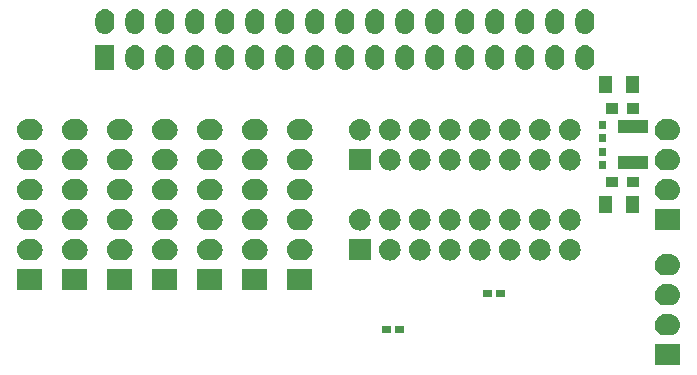
<source format=gbs>
G04 #@! TF.FileFunction,Soldermask,Bot*
%FSLAX46Y46*%
G04 Gerber Fmt 4.6, Leading zero omitted, Abs format (unit mm)*
G04 Created by KiCad (PCBNEW Rev-6964-Dev Build) date Sun Oct 16 19:16:18 2016*
%MOMM*%
%LPD*%
G01*
G04 APERTURE LIST*
%ADD10C,0.101600*%
G04 APERTURE END LIST*
D10*
G36*
X169976800Y-106324400D02*
X167843200Y-106324400D01*
X167843200Y-104495600D01*
X169976800Y-104495600D01*
X169976800Y-106324400D01*
X169976800Y-106324400D01*
G37*
G36*
X169078777Y-101955678D02*
X169078779Y-101955678D01*
X169080329Y-101955689D01*
X169257676Y-101975582D01*
X169427782Y-102029543D01*
X169584168Y-102115516D01*
X169720876Y-102230228D01*
X169832699Y-102369308D01*
X169915379Y-102527460D01*
X169965765Y-102698659D01*
X169965767Y-102698680D01*
X169965771Y-102698694D01*
X169981941Y-102876383D01*
X169963290Y-103053829D01*
X169963286Y-103053866D01*
X169910514Y-103224344D01*
X169825634Y-103381326D01*
X169711880Y-103518831D01*
X169573583Y-103631623D01*
X169416013Y-103715405D01*
X169245170Y-103766985D01*
X169067562Y-103784400D01*
X168752377Y-103784400D01*
X168741223Y-103784322D01*
X168741221Y-103784322D01*
X168739671Y-103784311D01*
X168562324Y-103764418D01*
X168392218Y-103710457D01*
X168235832Y-103624484D01*
X168099124Y-103509772D01*
X167987301Y-103370692D01*
X167904621Y-103212540D01*
X167854235Y-103041341D01*
X167854233Y-103041320D01*
X167854229Y-103041306D01*
X167838059Y-102863617D01*
X167856710Y-102686171D01*
X167856710Y-102686170D01*
X167856714Y-102686134D01*
X167909486Y-102515656D01*
X167994366Y-102358674D01*
X168108120Y-102221169D01*
X168246417Y-102108377D01*
X168403987Y-102024595D01*
X168574830Y-101973015D01*
X168752438Y-101955600D01*
X169067623Y-101955600D01*
X169078777Y-101955678D01*
X169078777Y-101955678D01*
G37*
G36*
X145469800Y-103551800D02*
X144768200Y-103551800D01*
X144768200Y-102950200D01*
X145469800Y-102950200D01*
X145469800Y-103551800D01*
X145469800Y-103551800D01*
G37*
G36*
X146569800Y-103551800D02*
X145868200Y-103551800D01*
X145868200Y-102950200D01*
X146569800Y-102950200D01*
X146569800Y-103551800D01*
X146569800Y-103551800D01*
G37*
G36*
X169078777Y-99415678D02*
X169078779Y-99415678D01*
X169080329Y-99415689D01*
X169257676Y-99435582D01*
X169427782Y-99489543D01*
X169584168Y-99575516D01*
X169720876Y-99690228D01*
X169832699Y-99829308D01*
X169915379Y-99987460D01*
X169965765Y-100158659D01*
X169965767Y-100158680D01*
X169965771Y-100158694D01*
X169981941Y-100336383D01*
X169964344Y-100503800D01*
X169963286Y-100513866D01*
X169910514Y-100684344D01*
X169825634Y-100841326D01*
X169711880Y-100978831D01*
X169573583Y-101091623D01*
X169416013Y-101175405D01*
X169245170Y-101226985D01*
X169067562Y-101244400D01*
X168752377Y-101244400D01*
X168741223Y-101244322D01*
X168741221Y-101244322D01*
X168739671Y-101244311D01*
X168562324Y-101224418D01*
X168392218Y-101170457D01*
X168235832Y-101084484D01*
X168099124Y-100969772D01*
X167987301Y-100830692D01*
X167904621Y-100672540D01*
X167854235Y-100501341D01*
X167854233Y-100501320D01*
X167854229Y-100501306D01*
X167838059Y-100323617D01*
X167856710Y-100146171D01*
X167856710Y-100146170D01*
X167856714Y-100146134D01*
X167909486Y-99975656D01*
X167994366Y-99818674D01*
X168108120Y-99681169D01*
X168246417Y-99568377D01*
X168403987Y-99484595D01*
X168574830Y-99433015D01*
X168752438Y-99415600D01*
X169067623Y-99415600D01*
X169078777Y-99415678D01*
X169078777Y-99415678D01*
G37*
G36*
X155142300Y-100503800D02*
X154440700Y-100503800D01*
X154440700Y-99902200D01*
X155142300Y-99902200D01*
X155142300Y-100503800D01*
X155142300Y-100503800D01*
G37*
G36*
X154042300Y-100503800D02*
X153340700Y-100503800D01*
X153340700Y-99902200D01*
X154042300Y-99902200D01*
X154042300Y-100503800D01*
X154042300Y-100503800D01*
G37*
G36*
X119811800Y-99974400D02*
X117678200Y-99974400D01*
X117678200Y-98145600D01*
X119811800Y-98145600D01*
X119811800Y-99974400D01*
X119811800Y-99974400D01*
G37*
G36*
X131241800Y-99974400D02*
X129108200Y-99974400D01*
X129108200Y-98145600D01*
X131241800Y-98145600D01*
X131241800Y-99974400D01*
X131241800Y-99974400D01*
G37*
G36*
X127431800Y-99974400D02*
X125298200Y-99974400D01*
X125298200Y-98145600D01*
X127431800Y-98145600D01*
X127431800Y-99974400D01*
X127431800Y-99974400D01*
G37*
G36*
X138861800Y-99974400D02*
X136728200Y-99974400D01*
X136728200Y-98145600D01*
X138861800Y-98145600D01*
X138861800Y-99974400D01*
X138861800Y-99974400D01*
G37*
G36*
X123621800Y-99974400D02*
X121488200Y-99974400D01*
X121488200Y-98145600D01*
X123621800Y-98145600D01*
X123621800Y-99974400D01*
X123621800Y-99974400D01*
G37*
G36*
X116001800Y-99974400D02*
X113868200Y-99974400D01*
X113868200Y-98145600D01*
X116001800Y-98145600D01*
X116001800Y-99974400D01*
X116001800Y-99974400D01*
G37*
G36*
X135051800Y-99974400D02*
X132918200Y-99974400D01*
X132918200Y-98145600D01*
X135051800Y-98145600D01*
X135051800Y-99974400D01*
X135051800Y-99974400D01*
G37*
G36*
X169078777Y-96875678D02*
X169078779Y-96875678D01*
X169080329Y-96875689D01*
X169257676Y-96895582D01*
X169427782Y-96949543D01*
X169584168Y-97035516D01*
X169720876Y-97150228D01*
X169832699Y-97289308D01*
X169915379Y-97447460D01*
X169965765Y-97618659D01*
X169965767Y-97618680D01*
X169965771Y-97618694D01*
X169981941Y-97796383D01*
X169963290Y-97973829D01*
X169963286Y-97973866D01*
X169910514Y-98144344D01*
X169825634Y-98301326D01*
X169711880Y-98438831D01*
X169573583Y-98551623D01*
X169416013Y-98635405D01*
X169245170Y-98686985D01*
X169067562Y-98704400D01*
X168752377Y-98704400D01*
X168741223Y-98704322D01*
X168741221Y-98704322D01*
X168739671Y-98704311D01*
X168562324Y-98684418D01*
X168392218Y-98630457D01*
X168235832Y-98544484D01*
X168099124Y-98429772D01*
X167987301Y-98290692D01*
X167904621Y-98132540D01*
X167854235Y-97961341D01*
X167854233Y-97961320D01*
X167854229Y-97961306D01*
X167838059Y-97783617D01*
X167856710Y-97606171D01*
X167856710Y-97606170D01*
X167856714Y-97606134D01*
X167909486Y-97435656D01*
X167994366Y-97278674D01*
X168108120Y-97141169D01*
X168246417Y-97028377D01*
X168403987Y-96944595D01*
X168574830Y-96893015D01*
X168752438Y-96875600D01*
X169067623Y-96875600D01*
X169078777Y-96875678D01*
X169078777Y-96875678D01*
G37*
G36*
X150678829Y-95619847D02*
X150678834Y-95619849D01*
X150678866Y-95619852D01*
X150849344Y-95672624D01*
X151006326Y-95757504D01*
X151143831Y-95871258D01*
X151256623Y-96009555D01*
X151340405Y-96167125D01*
X151391985Y-96337968D01*
X151409400Y-96515576D01*
X151409400Y-96524486D01*
X151409322Y-96535640D01*
X151409311Y-96537191D01*
X151389418Y-96714538D01*
X151335457Y-96884644D01*
X151249484Y-97041030D01*
X151134772Y-97177738D01*
X150995692Y-97289561D01*
X150837540Y-97372241D01*
X150666341Y-97422627D01*
X150666325Y-97422628D01*
X150666306Y-97422634D01*
X150488617Y-97438804D01*
X150311171Y-97420153D01*
X150311166Y-97420151D01*
X150311134Y-97420148D01*
X150140656Y-97367376D01*
X149983674Y-97282496D01*
X149846169Y-97168742D01*
X149733377Y-97030445D01*
X149649595Y-96872875D01*
X149598015Y-96702032D01*
X149580600Y-96524424D01*
X149580600Y-96515576D01*
X149580614Y-96513617D01*
X149580678Y-96504360D01*
X149580678Y-96504358D01*
X149580689Y-96502809D01*
X149600582Y-96325462D01*
X149654543Y-96155356D01*
X149740516Y-95998970D01*
X149855228Y-95862262D01*
X149994308Y-95750439D01*
X150152460Y-95667759D01*
X150323659Y-95617373D01*
X150323675Y-95617372D01*
X150323694Y-95617366D01*
X150501383Y-95601196D01*
X150678829Y-95619847D01*
X150678829Y-95619847D01*
G37*
G36*
X160838829Y-95619847D02*
X160838834Y-95619849D01*
X160838866Y-95619852D01*
X161009344Y-95672624D01*
X161166326Y-95757504D01*
X161303831Y-95871258D01*
X161416623Y-96009555D01*
X161500405Y-96167125D01*
X161551985Y-96337968D01*
X161569400Y-96515576D01*
X161569400Y-96524486D01*
X161569322Y-96535640D01*
X161569311Y-96537191D01*
X161549418Y-96714538D01*
X161495457Y-96884644D01*
X161409484Y-97041030D01*
X161294772Y-97177738D01*
X161155692Y-97289561D01*
X160997540Y-97372241D01*
X160826341Y-97422627D01*
X160826325Y-97422628D01*
X160826306Y-97422634D01*
X160648617Y-97438804D01*
X160471171Y-97420153D01*
X160471166Y-97420151D01*
X160471134Y-97420148D01*
X160300656Y-97367376D01*
X160143674Y-97282496D01*
X160006169Y-97168742D01*
X159893377Y-97030445D01*
X159809595Y-96872875D01*
X159758015Y-96702032D01*
X159740600Y-96524424D01*
X159740600Y-96515576D01*
X159740614Y-96513617D01*
X159740678Y-96504360D01*
X159740678Y-96504358D01*
X159740689Y-96502809D01*
X159760582Y-96325462D01*
X159814543Y-96155356D01*
X159900516Y-95998970D01*
X160015228Y-95862262D01*
X160154308Y-95750439D01*
X160312460Y-95667759D01*
X160483659Y-95617373D01*
X160483675Y-95617372D01*
X160483694Y-95617366D01*
X160661383Y-95601196D01*
X160838829Y-95619847D01*
X160838829Y-95619847D01*
G37*
G36*
X158298829Y-95619847D02*
X158298834Y-95619849D01*
X158298866Y-95619852D01*
X158469344Y-95672624D01*
X158626326Y-95757504D01*
X158763831Y-95871258D01*
X158876623Y-96009555D01*
X158960405Y-96167125D01*
X159011985Y-96337968D01*
X159029400Y-96515576D01*
X159029400Y-96524486D01*
X159029322Y-96535640D01*
X159029311Y-96537191D01*
X159009418Y-96714538D01*
X158955457Y-96884644D01*
X158869484Y-97041030D01*
X158754772Y-97177738D01*
X158615692Y-97289561D01*
X158457540Y-97372241D01*
X158286341Y-97422627D01*
X158286325Y-97422628D01*
X158286306Y-97422634D01*
X158108617Y-97438804D01*
X157931171Y-97420153D01*
X157931166Y-97420151D01*
X157931134Y-97420148D01*
X157760656Y-97367376D01*
X157603674Y-97282496D01*
X157466169Y-97168742D01*
X157353377Y-97030445D01*
X157269595Y-96872875D01*
X157218015Y-96702032D01*
X157200600Y-96524424D01*
X157200600Y-96515576D01*
X157200614Y-96513617D01*
X157200678Y-96504360D01*
X157200678Y-96504358D01*
X157200689Y-96502809D01*
X157220582Y-96325462D01*
X157274543Y-96155356D01*
X157360516Y-95998970D01*
X157475228Y-95862262D01*
X157614308Y-95750439D01*
X157772460Y-95667759D01*
X157943659Y-95617373D01*
X157943675Y-95617372D01*
X157943694Y-95617366D01*
X158121383Y-95601196D01*
X158298829Y-95619847D01*
X158298829Y-95619847D01*
G37*
G36*
X155758829Y-95619847D02*
X155758834Y-95619849D01*
X155758866Y-95619852D01*
X155929344Y-95672624D01*
X156086326Y-95757504D01*
X156223831Y-95871258D01*
X156336623Y-96009555D01*
X156420405Y-96167125D01*
X156471985Y-96337968D01*
X156489400Y-96515576D01*
X156489400Y-96524486D01*
X156489322Y-96535640D01*
X156489311Y-96537191D01*
X156469418Y-96714538D01*
X156415457Y-96884644D01*
X156329484Y-97041030D01*
X156214772Y-97177738D01*
X156075692Y-97289561D01*
X155917540Y-97372241D01*
X155746341Y-97422627D01*
X155746325Y-97422628D01*
X155746306Y-97422634D01*
X155568617Y-97438804D01*
X155391171Y-97420153D01*
X155391166Y-97420151D01*
X155391134Y-97420148D01*
X155220656Y-97367376D01*
X155063674Y-97282496D01*
X154926169Y-97168742D01*
X154813377Y-97030445D01*
X154729595Y-96872875D01*
X154678015Y-96702032D01*
X154660600Y-96524424D01*
X154660600Y-96515576D01*
X154660614Y-96513617D01*
X154660678Y-96504360D01*
X154660678Y-96504358D01*
X154660689Y-96502809D01*
X154680582Y-96325462D01*
X154734543Y-96155356D01*
X154820516Y-95998970D01*
X154935228Y-95862262D01*
X155074308Y-95750439D01*
X155232460Y-95667759D01*
X155403659Y-95617373D01*
X155403675Y-95617372D01*
X155403694Y-95617366D01*
X155581383Y-95601196D01*
X155758829Y-95619847D01*
X155758829Y-95619847D01*
G37*
G36*
X153218829Y-95619847D02*
X153218834Y-95619849D01*
X153218866Y-95619852D01*
X153389344Y-95672624D01*
X153546326Y-95757504D01*
X153683831Y-95871258D01*
X153796623Y-96009555D01*
X153880405Y-96167125D01*
X153931985Y-96337968D01*
X153949400Y-96515576D01*
X153949400Y-96524486D01*
X153949322Y-96535640D01*
X153949311Y-96537191D01*
X153929418Y-96714538D01*
X153875457Y-96884644D01*
X153789484Y-97041030D01*
X153674772Y-97177738D01*
X153535692Y-97289561D01*
X153377540Y-97372241D01*
X153206341Y-97422627D01*
X153206325Y-97422628D01*
X153206306Y-97422634D01*
X153028617Y-97438804D01*
X152851171Y-97420153D01*
X152851166Y-97420151D01*
X152851134Y-97420148D01*
X152680656Y-97367376D01*
X152523674Y-97282496D01*
X152386169Y-97168742D01*
X152273377Y-97030445D01*
X152189595Y-96872875D01*
X152138015Y-96702032D01*
X152120600Y-96524424D01*
X152120600Y-96515576D01*
X152120614Y-96513617D01*
X152120678Y-96504360D01*
X152120678Y-96504358D01*
X152120689Y-96502809D01*
X152140582Y-96325462D01*
X152194543Y-96155356D01*
X152280516Y-95998970D01*
X152395228Y-95862262D01*
X152534308Y-95750439D01*
X152692460Y-95667759D01*
X152863659Y-95617373D01*
X152863675Y-95617372D01*
X152863694Y-95617366D01*
X153041383Y-95601196D01*
X153218829Y-95619847D01*
X153218829Y-95619847D01*
G37*
G36*
X148138829Y-95619847D02*
X148138834Y-95619849D01*
X148138866Y-95619852D01*
X148309344Y-95672624D01*
X148466326Y-95757504D01*
X148603831Y-95871258D01*
X148716623Y-96009555D01*
X148800405Y-96167125D01*
X148851985Y-96337968D01*
X148869400Y-96515576D01*
X148869400Y-96524486D01*
X148869322Y-96535640D01*
X148869311Y-96537191D01*
X148849418Y-96714538D01*
X148795457Y-96884644D01*
X148709484Y-97041030D01*
X148594772Y-97177738D01*
X148455692Y-97289561D01*
X148297540Y-97372241D01*
X148126341Y-97422627D01*
X148126325Y-97422628D01*
X148126306Y-97422634D01*
X147948617Y-97438804D01*
X147771171Y-97420153D01*
X147771166Y-97420151D01*
X147771134Y-97420148D01*
X147600656Y-97367376D01*
X147443674Y-97282496D01*
X147306169Y-97168742D01*
X147193377Y-97030445D01*
X147109595Y-96872875D01*
X147058015Y-96702032D01*
X147040600Y-96524424D01*
X147040600Y-96515576D01*
X147040614Y-96513617D01*
X147040678Y-96504360D01*
X147040678Y-96504358D01*
X147040689Y-96502809D01*
X147060582Y-96325462D01*
X147114543Y-96155356D01*
X147200516Y-95998970D01*
X147315228Y-95862262D01*
X147454308Y-95750439D01*
X147612460Y-95667759D01*
X147783659Y-95617373D01*
X147783675Y-95617372D01*
X147783694Y-95617366D01*
X147961383Y-95601196D01*
X148138829Y-95619847D01*
X148138829Y-95619847D01*
G37*
G36*
X145598829Y-95619847D02*
X145598834Y-95619849D01*
X145598866Y-95619852D01*
X145769344Y-95672624D01*
X145926326Y-95757504D01*
X146063831Y-95871258D01*
X146176623Y-96009555D01*
X146260405Y-96167125D01*
X146311985Y-96337968D01*
X146329400Y-96515576D01*
X146329400Y-96524486D01*
X146329322Y-96535640D01*
X146329311Y-96537191D01*
X146309418Y-96714538D01*
X146255457Y-96884644D01*
X146169484Y-97041030D01*
X146054772Y-97177738D01*
X145915692Y-97289561D01*
X145757540Y-97372241D01*
X145586341Y-97422627D01*
X145586325Y-97422628D01*
X145586306Y-97422634D01*
X145408617Y-97438804D01*
X145231171Y-97420153D01*
X145231166Y-97420151D01*
X145231134Y-97420148D01*
X145060656Y-97367376D01*
X144903674Y-97282496D01*
X144766169Y-97168742D01*
X144653377Y-97030445D01*
X144569595Y-96872875D01*
X144518015Y-96702032D01*
X144500600Y-96524424D01*
X144500600Y-96515576D01*
X144500614Y-96513617D01*
X144500678Y-96504360D01*
X144500678Y-96504358D01*
X144500689Y-96502809D01*
X144520582Y-96325462D01*
X144574543Y-96155356D01*
X144660516Y-95998970D01*
X144775228Y-95862262D01*
X144914308Y-95750439D01*
X145072460Y-95667759D01*
X145243659Y-95617373D01*
X145243675Y-95617372D01*
X145243694Y-95617366D01*
X145421383Y-95601196D01*
X145598829Y-95619847D01*
X145598829Y-95619847D01*
G37*
G36*
X143789400Y-97434400D02*
X141960600Y-97434400D01*
X141960600Y-95605600D01*
X143789400Y-95605600D01*
X143789400Y-97434400D01*
X143789400Y-97434400D01*
G37*
G36*
X130343777Y-95605678D02*
X130343779Y-95605678D01*
X130345329Y-95605689D01*
X130522676Y-95625582D01*
X130692782Y-95679543D01*
X130849168Y-95765516D01*
X130985876Y-95880228D01*
X131097699Y-96019308D01*
X131180379Y-96177460D01*
X131230765Y-96348659D01*
X131230767Y-96348680D01*
X131230771Y-96348694D01*
X131246941Y-96526383D01*
X131228479Y-96702032D01*
X131228286Y-96703866D01*
X131175514Y-96874344D01*
X131090634Y-97031326D01*
X130976880Y-97168831D01*
X130838583Y-97281623D01*
X130681013Y-97365405D01*
X130510170Y-97416985D01*
X130332562Y-97434400D01*
X130017377Y-97434400D01*
X130006223Y-97434322D01*
X130006221Y-97434322D01*
X130004671Y-97434311D01*
X129827324Y-97414418D01*
X129657218Y-97360457D01*
X129500832Y-97274484D01*
X129364124Y-97159772D01*
X129252301Y-97020692D01*
X129169621Y-96862540D01*
X129119235Y-96691341D01*
X129119233Y-96691320D01*
X129119229Y-96691306D01*
X129103059Y-96513617D01*
X129121710Y-96336171D01*
X129121710Y-96336170D01*
X129121714Y-96336134D01*
X129174486Y-96165656D01*
X129259366Y-96008674D01*
X129373120Y-95871169D01*
X129511417Y-95758377D01*
X129668987Y-95674595D01*
X129839830Y-95623015D01*
X130017438Y-95605600D01*
X130332623Y-95605600D01*
X130343777Y-95605678D01*
X130343777Y-95605678D01*
G37*
G36*
X122723777Y-95605678D02*
X122723779Y-95605678D01*
X122725329Y-95605689D01*
X122902676Y-95625582D01*
X123072782Y-95679543D01*
X123229168Y-95765516D01*
X123365876Y-95880228D01*
X123477699Y-96019308D01*
X123560379Y-96177460D01*
X123610765Y-96348659D01*
X123610767Y-96348680D01*
X123610771Y-96348694D01*
X123626941Y-96526383D01*
X123608479Y-96702032D01*
X123608286Y-96703866D01*
X123555514Y-96874344D01*
X123470634Y-97031326D01*
X123356880Y-97168831D01*
X123218583Y-97281623D01*
X123061013Y-97365405D01*
X122890170Y-97416985D01*
X122712562Y-97434400D01*
X122397377Y-97434400D01*
X122386223Y-97434322D01*
X122386221Y-97434322D01*
X122384671Y-97434311D01*
X122207324Y-97414418D01*
X122037218Y-97360457D01*
X121880832Y-97274484D01*
X121744124Y-97159772D01*
X121632301Y-97020692D01*
X121549621Y-96862540D01*
X121499235Y-96691341D01*
X121499233Y-96691320D01*
X121499229Y-96691306D01*
X121483059Y-96513617D01*
X121501710Y-96336171D01*
X121501710Y-96336170D01*
X121501714Y-96336134D01*
X121554486Y-96165656D01*
X121639366Y-96008674D01*
X121753120Y-95871169D01*
X121891417Y-95758377D01*
X122048987Y-95674595D01*
X122219830Y-95623015D01*
X122397438Y-95605600D01*
X122712623Y-95605600D01*
X122723777Y-95605678D01*
X122723777Y-95605678D01*
G37*
G36*
X118913777Y-95605678D02*
X118913779Y-95605678D01*
X118915329Y-95605689D01*
X119092676Y-95625582D01*
X119262782Y-95679543D01*
X119419168Y-95765516D01*
X119555876Y-95880228D01*
X119667699Y-96019308D01*
X119750379Y-96177460D01*
X119800765Y-96348659D01*
X119800767Y-96348680D01*
X119800771Y-96348694D01*
X119816941Y-96526383D01*
X119798479Y-96702032D01*
X119798286Y-96703866D01*
X119745514Y-96874344D01*
X119660634Y-97031326D01*
X119546880Y-97168831D01*
X119408583Y-97281623D01*
X119251013Y-97365405D01*
X119080170Y-97416985D01*
X118902562Y-97434400D01*
X118587377Y-97434400D01*
X118576223Y-97434322D01*
X118576221Y-97434322D01*
X118574671Y-97434311D01*
X118397324Y-97414418D01*
X118227218Y-97360457D01*
X118070832Y-97274484D01*
X117934124Y-97159772D01*
X117822301Y-97020692D01*
X117739621Y-96862540D01*
X117689235Y-96691341D01*
X117689233Y-96691320D01*
X117689229Y-96691306D01*
X117673059Y-96513617D01*
X117691710Y-96336171D01*
X117691710Y-96336170D01*
X117691714Y-96336134D01*
X117744486Y-96165656D01*
X117829366Y-96008674D01*
X117943120Y-95871169D01*
X118081417Y-95758377D01*
X118238987Y-95674595D01*
X118409830Y-95623015D01*
X118587438Y-95605600D01*
X118902623Y-95605600D01*
X118913777Y-95605678D01*
X118913777Y-95605678D01*
G37*
G36*
X115103777Y-95605678D02*
X115103779Y-95605678D01*
X115105329Y-95605689D01*
X115282676Y-95625582D01*
X115452782Y-95679543D01*
X115609168Y-95765516D01*
X115745876Y-95880228D01*
X115857699Y-96019308D01*
X115940379Y-96177460D01*
X115990765Y-96348659D01*
X115990767Y-96348680D01*
X115990771Y-96348694D01*
X116006941Y-96526383D01*
X115988479Y-96702032D01*
X115988286Y-96703866D01*
X115935514Y-96874344D01*
X115850634Y-97031326D01*
X115736880Y-97168831D01*
X115598583Y-97281623D01*
X115441013Y-97365405D01*
X115270170Y-97416985D01*
X115092562Y-97434400D01*
X114777377Y-97434400D01*
X114766223Y-97434322D01*
X114766221Y-97434322D01*
X114764671Y-97434311D01*
X114587324Y-97414418D01*
X114417218Y-97360457D01*
X114260832Y-97274484D01*
X114124124Y-97159772D01*
X114012301Y-97020692D01*
X113929621Y-96862540D01*
X113879235Y-96691341D01*
X113879233Y-96691320D01*
X113879229Y-96691306D01*
X113863059Y-96513617D01*
X113881710Y-96336171D01*
X113881710Y-96336170D01*
X113881714Y-96336134D01*
X113934486Y-96165656D01*
X114019366Y-96008674D01*
X114133120Y-95871169D01*
X114271417Y-95758377D01*
X114428987Y-95674595D01*
X114599830Y-95623015D01*
X114777438Y-95605600D01*
X115092623Y-95605600D01*
X115103777Y-95605678D01*
X115103777Y-95605678D01*
G37*
G36*
X126533777Y-95605678D02*
X126533779Y-95605678D01*
X126535329Y-95605689D01*
X126712676Y-95625582D01*
X126882782Y-95679543D01*
X127039168Y-95765516D01*
X127175876Y-95880228D01*
X127287699Y-96019308D01*
X127370379Y-96177460D01*
X127420765Y-96348659D01*
X127420767Y-96348680D01*
X127420771Y-96348694D01*
X127436941Y-96526383D01*
X127418479Y-96702032D01*
X127418286Y-96703866D01*
X127365514Y-96874344D01*
X127280634Y-97031326D01*
X127166880Y-97168831D01*
X127028583Y-97281623D01*
X126871013Y-97365405D01*
X126700170Y-97416985D01*
X126522562Y-97434400D01*
X126207377Y-97434400D01*
X126196223Y-97434322D01*
X126196221Y-97434322D01*
X126194671Y-97434311D01*
X126017324Y-97414418D01*
X125847218Y-97360457D01*
X125690832Y-97274484D01*
X125554124Y-97159772D01*
X125442301Y-97020692D01*
X125359621Y-96862540D01*
X125309235Y-96691341D01*
X125309233Y-96691320D01*
X125309229Y-96691306D01*
X125293059Y-96513617D01*
X125311710Y-96336171D01*
X125311710Y-96336170D01*
X125311714Y-96336134D01*
X125364486Y-96165656D01*
X125449366Y-96008674D01*
X125563120Y-95871169D01*
X125701417Y-95758377D01*
X125858987Y-95674595D01*
X126029830Y-95623015D01*
X126207438Y-95605600D01*
X126522623Y-95605600D01*
X126533777Y-95605678D01*
X126533777Y-95605678D01*
G37*
G36*
X134153777Y-95605678D02*
X134153779Y-95605678D01*
X134155329Y-95605689D01*
X134332676Y-95625582D01*
X134502782Y-95679543D01*
X134659168Y-95765516D01*
X134795876Y-95880228D01*
X134907699Y-96019308D01*
X134990379Y-96177460D01*
X135040765Y-96348659D01*
X135040767Y-96348680D01*
X135040771Y-96348694D01*
X135056941Y-96526383D01*
X135038479Y-96702032D01*
X135038286Y-96703866D01*
X134985514Y-96874344D01*
X134900634Y-97031326D01*
X134786880Y-97168831D01*
X134648583Y-97281623D01*
X134491013Y-97365405D01*
X134320170Y-97416985D01*
X134142562Y-97434400D01*
X133827377Y-97434400D01*
X133816223Y-97434322D01*
X133816221Y-97434322D01*
X133814671Y-97434311D01*
X133637324Y-97414418D01*
X133467218Y-97360457D01*
X133310832Y-97274484D01*
X133174124Y-97159772D01*
X133062301Y-97020692D01*
X132979621Y-96862540D01*
X132929235Y-96691341D01*
X132929233Y-96691320D01*
X132929229Y-96691306D01*
X132913059Y-96513617D01*
X132931710Y-96336171D01*
X132931710Y-96336170D01*
X132931714Y-96336134D01*
X132984486Y-96165656D01*
X133069366Y-96008674D01*
X133183120Y-95871169D01*
X133321417Y-95758377D01*
X133478987Y-95674595D01*
X133649830Y-95623015D01*
X133827438Y-95605600D01*
X134142623Y-95605600D01*
X134153777Y-95605678D01*
X134153777Y-95605678D01*
G37*
G36*
X137963777Y-95605678D02*
X137963779Y-95605678D01*
X137965329Y-95605689D01*
X138142676Y-95625582D01*
X138312782Y-95679543D01*
X138469168Y-95765516D01*
X138605876Y-95880228D01*
X138717699Y-96019308D01*
X138800379Y-96177460D01*
X138850765Y-96348659D01*
X138850767Y-96348680D01*
X138850771Y-96348694D01*
X138866941Y-96526383D01*
X138848479Y-96702032D01*
X138848286Y-96703866D01*
X138795514Y-96874344D01*
X138710634Y-97031326D01*
X138596880Y-97168831D01*
X138458583Y-97281623D01*
X138301013Y-97365405D01*
X138130170Y-97416985D01*
X137952562Y-97434400D01*
X137637377Y-97434400D01*
X137626223Y-97434322D01*
X137626221Y-97434322D01*
X137624671Y-97434311D01*
X137447324Y-97414418D01*
X137277218Y-97360457D01*
X137120832Y-97274484D01*
X136984124Y-97159772D01*
X136872301Y-97020692D01*
X136789621Y-96862540D01*
X136739235Y-96691341D01*
X136739233Y-96691320D01*
X136739229Y-96691306D01*
X136723059Y-96513617D01*
X136741710Y-96336171D01*
X136741710Y-96336170D01*
X136741714Y-96336134D01*
X136794486Y-96165656D01*
X136879366Y-96008674D01*
X136993120Y-95871169D01*
X137131417Y-95758377D01*
X137288987Y-95674595D01*
X137459830Y-95623015D01*
X137637438Y-95605600D01*
X137952623Y-95605600D01*
X137963777Y-95605678D01*
X137963777Y-95605678D01*
G37*
G36*
X155758829Y-93079847D02*
X155758834Y-93079849D01*
X155758866Y-93079852D01*
X155929344Y-93132624D01*
X156086326Y-93217504D01*
X156223831Y-93331258D01*
X156336623Y-93469555D01*
X156420405Y-93627125D01*
X156471985Y-93797968D01*
X156489400Y-93975576D01*
X156489400Y-93984486D01*
X156489322Y-93995640D01*
X156489311Y-93997191D01*
X156469418Y-94174538D01*
X156415457Y-94344644D01*
X156329484Y-94501030D01*
X156214772Y-94637738D01*
X156075692Y-94749561D01*
X155917540Y-94832241D01*
X155746341Y-94882627D01*
X155746325Y-94882628D01*
X155746306Y-94882634D01*
X155568617Y-94898804D01*
X155391171Y-94880153D01*
X155391166Y-94880151D01*
X155391134Y-94880148D01*
X155220656Y-94827376D01*
X155063674Y-94742496D01*
X154926169Y-94628742D01*
X154813377Y-94490445D01*
X154729595Y-94332875D01*
X154678015Y-94162032D01*
X154660600Y-93984424D01*
X154660600Y-93975576D01*
X154660614Y-93973617D01*
X154660678Y-93964360D01*
X154660678Y-93964358D01*
X154660689Y-93962809D01*
X154680582Y-93785462D01*
X154734543Y-93615356D01*
X154820516Y-93458970D01*
X154935228Y-93322262D01*
X155074308Y-93210439D01*
X155232460Y-93127759D01*
X155403659Y-93077373D01*
X155403675Y-93077372D01*
X155403694Y-93077366D01*
X155581383Y-93061196D01*
X155758829Y-93079847D01*
X155758829Y-93079847D01*
G37*
G36*
X160838829Y-93079847D02*
X160838834Y-93079849D01*
X160838866Y-93079852D01*
X161009344Y-93132624D01*
X161166326Y-93217504D01*
X161303831Y-93331258D01*
X161416623Y-93469555D01*
X161500405Y-93627125D01*
X161551985Y-93797968D01*
X161569400Y-93975576D01*
X161569400Y-93984486D01*
X161569322Y-93995640D01*
X161569311Y-93997191D01*
X161549418Y-94174538D01*
X161495457Y-94344644D01*
X161409484Y-94501030D01*
X161294772Y-94637738D01*
X161155692Y-94749561D01*
X160997540Y-94832241D01*
X160826341Y-94882627D01*
X160826325Y-94882628D01*
X160826306Y-94882634D01*
X160648617Y-94898804D01*
X160471171Y-94880153D01*
X160471166Y-94880151D01*
X160471134Y-94880148D01*
X160300656Y-94827376D01*
X160143674Y-94742496D01*
X160006169Y-94628742D01*
X159893377Y-94490445D01*
X159809595Y-94332875D01*
X159758015Y-94162032D01*
X159740600Y-93984424D01*
X159740600Y-93975576D01*
X159740614Y-93973617D01*
X159740678Y-93964360D01*
X159740678Y-93964358D01*
X159740689Y-93962809D01*
X159760582Y-93785462D01*
X159814543Y-93615356D01*
X159900516Y-93458970D01*
X160015228Y-93322262D01*
X160154308Y-93210439D01*
X160312460Y-93127759D01*
X160483659Y-93077373D01*
X160483675Y-93077372D01*
X160483694Y-93077366D01*
X160661383Y-93061196D01*
X160838829Y-93079847D01*
X160838829Y-93079847D01*
G37*
G36*
X158298829Y-93079847D02*
X158298834Y-93079849D01*
X158298866Y-93079852D01*
X158469344Y-93132624D01*
X158626326Y-93217504D01*
X158763831Y-93331258D01*
X158876623Y-93469555D01*
X158960405Y-93627125D01*
X159011985Y-93797968D01*
X159029400Y-93975576D01*
X159029400Y-93984486D01*
X159029322Y-93995640D01*
X159029311Y-93997191D01*
X159009418Y-94174538D01*
X158955457Y-94344644D01*
X158869484Y-94501030D01*
X158754772Y-94637738D01*
X158615692Y-94749561D01*
X158457540Y-94832241D01*
X158286341Y-94882627D01*
X158286325Y-94882628D01*
X158286306Y-94882634D01*
X158108617Y-94898804D01*
X157931171Y-94880153D01*
X157931166Y-94880151D01*
X157931134Y-94880148D01*
X157760656Y-94827376D01*
X157603674Y-94742496D01*
X157466169Y-94628742D01*
X157353377Y-94490445D01*
X157269595Y-94332875D01*
X157218015Y-94162032D01*
X157200600Y-93984424D01*
X157200600Y-93975576D01*
X157200614Y-93973617D01*
X157200678Y-93964360D01*
X157200678Y-93964358D01*
X157200689Y-93962809D01*
X157220582Y-93785462D01*
X157274543Y-93615356D01*
X157360516Y-93458970D01*
X157475228Y-93322262D01*
X157614308Y-93210439D01*
X157772460Y-93127759D01*
X157943659Y-93077373D01*
X157943675Y-93077372D01*
X157943694Y-93077366D01*
X158121383Y-93061196D01*
X158298829Y-93079847D01*
X158298829Y-93079847D01*
G37*
G36*
X153218829Y-93079847D02*
X153218834Y-93079849D01*
X153218866Y-93079852D01*
X153389344Y-93132624D01*
X153546326Y-93217504D01*
X153683831Y-93331258D01*
X153796623Y-93469555D01*
X153880405Y-93627125D01*
X153931985Y-93797968D01*
X153949400Y-93975576D01*
X153949400Y-93984486D01*
X153949322Y-93995640D01*
X153949311Y-93997191D01*
X153929418Y-94174538D01*
X153875457Y-94344644D01*
X153789484Y-94501030D01*
X153674772Y-94637738D01*
X153535692Y-94749561D01*
X153377540Y-94832241D01*
X153206341Y-94882627D01*
X153206325Y-94882628D01*
X153206306Y-94882634D01*
X153028617Y-94898804D01*
X152851171Y-94880153D01*
X152851166Y-94880151D01*
X152851134Y-94880148D01*
X152680656Y-94827376D01*
X152523674Y-94742496D01*
X152386169Y-94628742D01*
X152273377Y-94490445D01*
X152189595Y-94332875D01*
X152138015Y-94162032D01*
X152120600Y-93984424D01*
X152120600Y-93975576D01*
X152120614Y-93973617D01*
X152120678Y-93964360D01*
X152120678Y-93964358D01*
X152120689Y-93962809D01*
X152140582Y-93785462D01*
X152194543Y-93615356D01*
X152280516Y-93458970D01*
X152395228Y-93322262D01*
X152534308Y-93210439D01*
X152692460Y-93127759D01*
X152863659Y-93077373D01*
X152863675Y-93077372D01*
X152863694Y-93077366D01*
X153041383Y-93061196D01*
X153218829Y-93079847D01*
X153218829Y-93079847D01*
G37*
G36*
X150678829Y-93079847D02*
X150678834Y-93079849D01*
X150678866Y-93079852D01*
X150849344Y-93132624D01*
X151006326Y-93217504D01*
X151143831Y-93331258D01*
X151256623Y-93469555D01*
X151340405Y-93627125D01*
X151391985Y-93797968D01*
X151409400Y-93975576D01*
X151409400Y-93984486D01*
X151409322Y-93995640D01*
X151409311Y-93997191D01*
X151389418Y-94174538D01*
X151335457Y-94344644D01*
X151249484Y-94501030D01*
X151134772Y-94637738D01*
X150995692Y-94749561D01*
X150837540Y-94832241D01*
X150666341Y-94882627D01*
X150666325Y-94882628D01*
X150666306Y-94882634D01*
X150488617Y-94898804D01*
X150311171Y-94880153D01*
X150311166Y-94880151D01*
X150311134Y-94880148D01*
X150140656Y-94827376D01*
X149983674Y-94742496D01*
X149846169Y-94628742D01*
X149733377Y-94490445D01*
X149649595Y-94332875D01*
X149598015Y-94162032D01*
X149580600Y-93984424D01*
X149580600Y-93975576D01*
X149580614Y-93973617D01*
X149580678Y-93964360D01*
X149580678Y-93964358D01*
X149580689Y-93962809D01*
X149600582Y-93785462D01*
X149654543Y-93615356D01*
X149740516Y-93458970D01*
X149855228Y-93322262D01*
X149994308Y-93210439D01*
X150152460Y-93127759D01*
X150323659Y-93077373D01*
X150323675Y-93077372D01*
X150323694Y-93077366D01*
X150501383Y-93061196D01*
X150678829Y-93079847D01*
X150678829Y-93079847D01*
G37*
G36*
X148138829Y-93079847D02*
X148138834Y-93079849D01*
X148138866Y-93079852D01*
X148309344Y-93132624D01*
X148466326Y-93217504D01*
X148603831Y-93331258D01*
X148716623Y-93469555D01*
X148800405Y-93627125D01*
X148851985Y-93797968D01*
X148869400Y-93975576D01*
X148869400Y-93984486D01*
X148869322Y-93995640D01*
X148869311Y-93997191D01*
X148849418Y-94174538D01*
X148795457Y-94344644D01*
X148709484Y-94501030D01*
X148594772Y-94637738D01*
X148455692Y-94749561D01*
X148297540Y-94832241D01*
X148126341Y-94882627D01*
X148126325Y-94882628D01*
X148126306Y-94882634D01*
X147948617Y-94898804D01*
X147771171Y-94880153D01*
X147771166Y-94880151D01*
X147771134Y-94880148D01*
X147600656Y-94827376D01*
X147443674Y-94742496D01*
X147306169Y-94628742D01*
X147193377Y-94490445D01*
X147109595Y-94332875D01*
X147058015Y-94162032D01*
X147040600Y-93984424D01*
X147040600Y-93975576D01*
X147040614Y-93973617D01*
X147040678Y-93964360D01*
X147040678Y-93964358D01*
X147040689Y-93962809D01*
X147060582Y-93785462D01*
X147114543Y-93615356D01*
X147200516Y-93458970D01*
X147315228Y-93322262D01*
X147454308Y-93210439D01*
X147612460Y-93127759D01*
X147783659Y-93077373D01*
X147783675Y-93077372D01*
X147783694Y-93077366D01*
X147961383Y-93061196D01*
X148138829Y-93079847D01*
X148138829Y-93079847D01*
G37*
G36*
X143058829Y-93079847D02*
X143058834Y-93079849D01*
X143058866Y-93079852D01*
X143229344Y-93132624D01*
X143386326Y-93217504D01*
X143523831Y-93331258D01*
X143636623Y-93469555D01*
X143720405Y-93627125D01*
X143771985Y-93797968D01*
X143789400Y-93975576D01*
X143789400Y-93984486D01*
X143789322Y-93995640D01*
X143789311Y-93997191D01*
X143769418Y-94174538D01*
X143715457Y-94344644D01*
X143629484Y-94501030D01*
X143514772Y-94637738D01*
X143375692Y-94749561D01*
X143217540Y-94832241D01*
X143046341Y-94882627D01*
X143046325Y-94882628D01*
X143046306Y-94882634D01*
X142868617Y-94898804D01*
X142691171Y-94880153D01*
X142691166Y-94880151D01*
X142691134Y-94880148D01*
X142520656Y-94827376D01*
X142363674Y-94742496D01*
X142226169Y-94628742D01*
X142113377Y-94490445D01*
X142029595Y-94332875D01*
X141978015Y-94162032D01*
X141960600Y-93984424D01*
X141960600Y-93975576D01*
X141960614Y-93973617D01*
X141960678Y-93964360D01*
X141960678Y-93964358D01*
X141960689Y-93962809D01*
X141980582Y-93785462D01*
X142034543Y-93615356D01*
X142120516Y-93458970D01*
X142235228Y-93322262D01*
X142374308Y-93210439D01*
X142532460Y-93127759D01*
X142703659Y-93077373D01*
X142703675Y-93077372D01*
X142703694Y-93077366D01*
X142881383Y-93061196D01*
X143058829Y-93079847D01*
X143058829Y-93079847D01*
G37*
G36*
X145598829Y-93079847D02*
X145598834Y-93079849D01*
X145598866Y-93079852D01*
X145769344Y-93132624D01*
X145926326Y-93217504D01*
X146063831Y-93331258D01*
X146176623Y-93469555D01*
X146260405Y-93627125D01*
X146311985Y-93797968D01*
X146329400Y-93975576D01*
X146329400Y-93984486D01*
X146329322Y-93995640D01*
X146329311Y-93997191D01*
X146309418Y-94174538D01*
X146255457Y-94344644D01*
X146169484Y-94501030D01*
X146054772Y-94637738D01*
X145915692Y-94749561D01*
X145757540Y-94832241D01*
X145586341Y-94882627D01*
X145586325Y-94882628D01*
X145586306Y-94882634D01*
X145408617Y-94898804D01*
X145231171Y-94880153D01*
X145231166Y-94880151D01*
X145231134Y-94880148D01*
X145060656Y-94827376D01*
X144903674Y-94742496D01*
X144766169Y-94628742D01*
X144653377Y-94490445D01*
X144569595Y-94332875D01*
X144518015Y-94162032D01*
X144500600Y-93984424D01*
X144500600Y-93975576D01*
X144500614Y-93973617D01*
X144500678Y-93964360D01*
X144500678Y-93964358D01*
X144500689Y-93962809D01*
X144520582Y-93785462D01*
X144574543Y-93615356D01*
X144660516Y-93458970D01*
X144775228Y-93322262D01*
X144914308Y-93210439D01*
X145072460Y-93127759D01*
X145243659Y-93077373D01*
X145243675Y-93077372D01*
X145243694Y-93077366D01*
X145421383Y-93061196D01*
X145598829Y-93079847D01*
X145598829Y-93079847D01*
G37*
G36*
X118913777Y-93065678D02*
X118913779Y-93065678D01*
X118915329Y-93065689D01*
X119092676Y-93085582D01*
X119262782Y-93139543D01*
X119419168Y-93225516D01*
X119555876Y-93340228D01*
X119667699Y-93479308D01*
X119750379Y-93637460D01*
X119800765Y-93808659D01*
X119800767Y-93808680D01*
X119800771Y-93808694D01*
X119816941Y-93986383D01*
X119798479Y-94162032D01*
X119798286Y-94163866D01*
X119745514Y-94334344D01*
X119660634Y-94491326D01*
X119546880Y-94628831D01*
X119408583Y-94741623D01*
X119251013Y-94825405D01*
X119080170Y-94876985D01*
X118902562Y-94894400D01*
X118587377Y-94894400D01*
X118576223Y-94894322D01*
X118576221Y-94894322D01*
X118574671Y-94894311D01*
X118397324Y-94874418D01*
X118227218Y-94820457D01*
X118070832Y-94734484D01*
X117934124Y-94619772D01*
X117822301Y-94480692D01*
X117739621Y-94322540D01*
X117689235Y-94151341D01*
X117689233Y-94151320D01*
X117689229Y-94151306D01*
X117673059Y-93973617D01*
X117691710Y-93796171D01*
X117691710Y-93796170D01*
X117691714Y-93796134D01*
X117744486Y-93625656D01*
X117829366Y-93468674D01*
X117943120Y-93331169D01*
X118081417Y-93218377D01*
X118238987Y-93134595D01*
X118409830Y-93083015D01*
X118587438Y-93065600D01*
X118902623Y-93065600D01*
X118913777Y-93065678D01*
X118913777Y-93065678D01*
G37*
G36*
X115103777Y-93065678D02*
X115103779Y-93065678D01*
X115105329Y-93065689D01*
X115282676Y-93085582D01*
X115452782Y-93139543D01*
X115609168Y-93225516D01*
X115745876Y-93340228D01*
X115857699Y-93479308D01*
X115940379Y-93637460D01*
X115990765Y-93808659D01*
X115990767Y-93808680D01*
X115990771Y-93808694D01*
X116006941Y-93986383D01*
X115988479Y-94162032D01*
X115988286Y-94163866D01*
X115935514Y-94334344D01*
X115850634Y-94491326D01*
X115736880Y-94628831D01*
X115598583Y-94741623D01*
X115441013Y-94825405D01*
X115270170Y-94876985D01*
X115092562Y-94894400D01*
X114777377Y-94894400D01*
X114766223Y-94894322D01*
X114766221Y-94894322D01*
X114764671Y-94894311D01*
X114587324Y-94874418D01*
X114417218Y-94820457D01*
X114260832Y-94734484D01*
X114124124Y-94619772D01*
X114012301Y-94480692D01*
X113929621Y-94322540D01*
X113879235Y-94151341D01*
X113879233Y-94151320D01*
X113879229Y-94151306D01*
X113863059Y-93973617D01*
X113881710Y-93796171D01*
X113881710Y-93796170D01*
X113881714Y-93796134D01*
X113934486Y-93625656D01*
X114019366Y-93468674D01*
X114133120Y-93331169D01*
X114271417Y-93218377D01*
X114428987Y-93134595D01*
X114599830Y-93083015D01*
X114777438Y-93065600D01*
X115092623Y-93065600D01*
X115103777Y-93065678D01*
X115103777Y-93065678D01*
G37*
G36*
X122723777Y-93065678D02*
X122723779Y-93065678D01*
X122725329Y-93065689D01*
X122902676Y-93085582D01*
X123072782Y-93139543D01*
X123229168Y-93225516D01*
X123365876Y-93340228D01*
X123477699Y-93479308D01*
X123560379Y-93637460D01*
X123610765Y-93808659D01*
X123610767Y-93808680D01*
X123610771Y-93808694D01*
X123626941Y-93986383D01*
X123608479Y-94162032D01*
X123608286Y-94163866D01*
X123555514Y-94334344D01*
X123470634Y-94491326D01*
X123356880Y-94628831D01*
X123218583Y-94741623D01*
X123061013Y-94825405D01*
X122890170Y-94876985D01*
X122712562Y-94894400D01*
X122397377Y-94894400D01*
X122386223Y-94894322D01*
X122386221Y-94894322D01*
X122384671Y-94894311D01*
X122207324Y-94874418D01*
X122037218Y-94820457D01*
X121880832Y-94734484D01*
X121744124Y-94619772D01*
X121632301Y-94480692D01*
X121549621Y-94322540D01*
X121499235Y-94151341D01*
X121499233Y-94151320D01*
X121499229Y-94151306D01*
X121483059Y-93973617D01*
X121501710Y-93796171D01*
X121501710Y-93796170D01*
X121501714Y-93796134D01*
X121554486Y-93625656D01*
X121639366Y-93468674D01*
X121753120Y-93331169D01*
X121891417Y-93218377D01*
X122048987Y-93134595D01*
X122219830Y-93083015D01*
X122397438Y-93065600D01*
X122712623Y-93065600D01*
X122723777Y-93065678D01*
X122723777Y-93065678D01*
G37*
G36*
X126533777Y-93065678D02*
X126533779Y-93065678D01*
X126535329Y-93065689D01*
X126712676Y-93085582D01*
X126882782Y-93139543D01*
X127039168Y-93225516D01*
X127175876Y-93340228D01*
X127287699Y-93479308D01*
X127370379Y-93637460D01*
X127420765Y-93808659D01*
X127420767Y-93808680D01*
X127420771Y-93808694D01*
X127436941Y-93986383D01*
X127418479Y-94162032D01*
X127418286Y-94163866D01*
X127365514Y-94334344D01*
X127280634Y-94491326D01*
X127166880Y-94628831D01*
X127028583Y-94741623D01*
X126871013Y-94825405D01*
X126700170Y-94876985D01*
X126522562Y-94894400D01*
X126207377Y-94894400D01*
X126196223Y-94894322D01*
X126196221Y-94894322D01*
X126194671Y-94894311D01*
X126017324Y-94874418D01*
X125847218Y-94820457D01*
X125690832Y-94734484D01*
X125554124Y-94619772D01*
X125442301Y-94480692D01*
X125359621Y-94322540D01*
X125309235Y-94151341D01*
X125309233Y-94151320D01*
X125309229Y-94151306D01*
X125293059Y-93973617D01*
X125311710Y-93796171D01*
X125311710Y-93796170D01*
X125311714Y-93796134D01*
X125364486Y-93625656D01*
X125449366Y-93468674D01*
X125563120Y-93331169D01*
X125701417Y-93218377D01*
X125858987Y-93134595D01*
X126029830Y-93083015D01*
X126207438Y-93065600D01*
X126522623Y-93065600D01*
X126533777Y-93065678D01*
X126533777Y-93065678D01*
G37*
G36*
X130343777Y-93065678D02*
X130343779Y-93065678D01*
X130345329Y-93065689D01*
X130522676Y-93085582D01*
X130692782Y-93139543D01*
X130849168Y-93225516D01*
X130985876Y-93340228D01*
X131097699Y-93479308D01*
X131180379Y-93637460D01*
X131230765Y-93808659D01*
X131230767Y-93808680D01*
X131230771Y-93808694D01*
X131246941Y-93986383D01*
X131228479Y-94162032D01*
X131228286Y-94163866D01*
X131175514Y-94334344D01*
X131090634Y-94491326D01*
X130976880Y-94628831D01*
X130838583Y-94741623D01*
X130681013Y-94825405D01*
X130510170Y-94876985D01*
X130332562Y-94894400D01*
X130017377Y-94894400D01*
X130006223Y-94894322D01*
X130006221Y-94894322D01*
X130004671Y-94894311D01*
X129827324Y-94874418D01*
X129657218Y-94820457D01*
X129500832Y-94734484D01*
X129364124Y-94619772D01*
X129252301Y-94480692D01*
X129169621Y-94322540D01*
X129119235Y-94151341D01*
X129119233Y-94151320D01*
X129119229Y-94151306D01*
X129103059Y-93973617D01*
X129121710Y-93796171D01*
X129121710Y-93796170D01*
X129121714Y-93796134D01*
X129174486Y-93625656D01*
X129259366Y-93468674D01*
X129373120Y-93331169D01*
X129511417Y-93218377D01*
X129668987Y-93134595D01*
X129839830Y-93083015D01*
X130017438Y-93065600D01*
X130332623Y-93065600D01*
X130343777Y-93065678D01*
X130343777Y-93065678D01*
G37*
G36*
X169976800Y-94894400D02*
X167843200Y-94894400D01*
X167843200Y-93065600D01*
X169976800Y-93065600D01*
X169976800Y-94894400D01*
X169976800Y-94894400D01*
G37*
G36*
X137963777Y-93065678D02*
X137963779Y-93065678D01*
X137965329Y-93065689D01*
X138142676Y-93085582D01*
X138312782Y-93139543D01*
X138469168Y-93225516D01*
X138605876Y-93340228D01*
X138717699Y-93479308D01*
X138800379Y-93637460D01*
X138850765Y-93808659D01*
X138850767Y-93808680D01*
X138850771Y-93808694D01*
X138866941Y-93986383D01*
X138848479Y-94162032D01*
X138848286Y-94163866D01*
X138795514Y-94334344D01*
X138710634Y-94491326D01*
X138596880Y-94628831D01*
X138458583Y-94741623D01*
X138301013Y-94825405D01*
X138130170Y-94876985D01*
X137952562Y-94894400D01*
X137637377Y-94894400D01*
X137626223Y-94894322D01*
X137626221Y-94894322D01*
X137624671Y-94894311D01*
X137447324Y-94874418D01*
X137277218Y-94820457D01*
X137120832Y-94734484D01*
X136984124Y-94619772D01*
X136872301Y-94480692D01*
X136789621Y-94322540D01*
X136739235Y-94151341D01*
X136739233Y-94151320D01*
X136739229Y-94151306D01*
X136723059Y-93973617D01*
X136741710Y-93796171D01*
X136741710Y-93796170D01*
X136741714Y-93796134D01*
X136794486Y-93625656D01*
X136879366Y-93468674D01*
X136993120Y-93331169D01*
X137131417Y-93218377D01*
X137288987Y-93134595D01*
X137459830Y-93083015D01*
X137637438Y-93065600D01*
X137952623Y-93065600D01*
X137963777Y-93065678D01*
X137963777Y-93065678D01*
G37*
G36*
X134153777Y-93065678D02*
X134153779Y-93065678D01*
X134155329Y-93065689D01*
X134332676Y-93085582D01*
X134502782Y-93139543D01*
X134659168Y-93225516D01*
X134795876Y-93340228D01*
X134907699Y-93479308D01*
X134990379Y-93637460D01*
X135040765Y-93808659D01*
X135040767Y-93808680D01*
X135040771Y-93808694D01*
X135056941Y-93986383D01*
X135038479Y-94162032D01*
X135038286Y-94163866D01*
X134985514Y-94334344D01*
X134900634Y-94491326D01*
X134786880Y-94628831D01*
X134648583Y-94741623D01*
X134491013Y-94825405D01*
X134320170Y-94876985D01*
X134142562Y-94894400D01*
X133827377Y-94894400D01*
X133816223Y-94894322D01*
X133816221Y-94894322D01*
X133814671Y-94894311D01*
X133637324Y-94874418D01*
X133467218Y-94820457D01*
X133310832Y-94734484D01*
X133174124Y-94619772D01*
X133062301Y-94480692D01*
X132979621Y-94322540D01*
X132929235Y-94151341D01*
X132929233Y-94151320D01*
X132929229Y-94151306D01*
X132913059Y-93973617D01*
X132931710Y-93796171D01*
X132931710Y-93796170D01*
X132931714Y-93796134D01*
X132984486Y-93625656D01*
X133069366Y-93468674D01*
X133183120Y-93331169D01*
X133321417Y-93218377D01*
X133478987Y-93134595D01*
X133649830Y-93083015D01*
X133827438Y-93065600D01*
X134142623Y-93065600D01*
X134153777Y-93065678D01*
X134153777Y-93065678D01*
G37*
G36*
X164239800Y-93410800D02*
X163138200Y-93410800D01*
X163138200Y-92009200D01*
X164239800Y-92009200D01*
X164239800Y-93410800D01*
X164239800Y-93410800D01*
G37*
G36*
X166539800Y-93410800D02*
X165438200Y-93410800D01*
X165438200Y-92009200D01*
X166539800Y-92009200D01*
X166539800Y-93410800D01*
X166539800Y-93410800D01*
G37*
G36*
X118913777Y-90525678D02*
X118913779Y-90525678D01*
X118915329Y-90525689D01*
X119092676Y-90545582D01*
X119262782Y-90599543D01*
X119419168Y-90685516D01*
X119555876Y-90800228D01*
X119667699Y-90939308D01*
X119750379Y-91097460D01*
X119800765Y-91268659D01*
X119800767Y-91268680D01*
X119800771Y-91268694D01*
X119816941Y-91446383D01*
X119798290Y-91623829D01*
X119798286Y-91623866D01*
X119745514Y-91794344D01*
X119660634Y-91951326D01*
X119546880Y-92088831D01*
X119408583Y-92201623D01*
X119251013Y-92285405D01*
X119080170Y-92336985D01*
X118902562Y-92354400D01*
X118587377Y-92354400D01*
X118576223Y-92354322D01*
X118576221Y-92354322D01*
X118574671Y-92354311D01*
X118397324Y-92334418D01*
X118227218Y-92280457D01*
X118070832Y-92194484D01*
X117934124Y-92079772D01*
X117822301Y-91940692D01*
X117739621Y-91782540D01*
X117689235Y-91611341D01*
X117689233Y-91611320D01*
X117689229Y-91611306D01*
X117673059Y-91433617D01*
X117691710Y-91256171D01*
X117691710Y-91256170D01*
X117691714Y-91256134D01*
X117744486Y-91085656D01*
X117829366Y-90928674D01*
X117943120Y-90791169D01*
X118081417Y-90678377D01*
X118238987Y-90594595D01*
X118409830Y-90543015D01*
X118587438Y-90525600D01*
X118902623Y-90525600D01*
X118913777Y-90525678D01*
X118913777Y-90525678D01*
G37*
G36*
X115103777Y-90525678D02*
X115103779Y-90525678D01*
X115105329Y-90525689D01*
X115282676Y-90545582D01*
X115452782Y-90599543D01*
X115609168Y-90685516D01*
X115745876Y-90800228D01*
X115857699Y-90939308D01*
X115940379Y-91097460D01*
X115990765Y-91268659D01*
X115990767Y-91268680D01*
X115990771Y-91268694D01*
X116006941Y-91446383D01*
X115988290Y-91623829D01*
X115988286Y-91623866D01*
X115935514Y-91794344D01*
X115850634Y-91951326D01*
X115736880Y-92088831D01*
X115598583Y-92201623D01*
X115441013Y-92285405D01*
X115270170Y-92336985D01*
X115092562Y-92354400D01*
X114777377Y-92354400D01*
X114766223Y-92354322D01*
X114766221Y-92354322D01*
X114764671Y-92354311D01*
X114587324Y-92334418D01*
X114417218Y-92280457D01*
X114260832Y-92194484D01*
X114124124Y-92079772D01*
X114012301Y-91940692D01*
X113929621Y-91782540D01*
X113879235Y-91611341D01*
X113879233Y-91611320D01*
X113879229Y-91611306D01*
X113863059Y-91433617D01*
X113881710Y-91256171D01*
X113881710Y-91256170D01*
X113881714Y-91256134D01*
X113934486Y-91085656D01*
X114019366Y-90928674D01*
X114133120Y-90791169D01*
X114271417Y-90678377D01*
X114428987Y-90594595D01*
X114599830Y-90543015D01*
X114777438Y-90525600D01*
X115092623Y-90525600D01*
X115103777Y-90525678D01*
X115103777Y-90525678D01*
G37*
G36*
X134153777Y-90525678D02*
X134153779Y-90525678D01*
X134155329Y-90525689D01*
X134332676Y-90545582D01*
X134502782Y-90599543D01*
X134659168Y-90685516D01*
X134795876Y-90800228D01*
X134907699Y-90939308D01*
X134990379Y-91097460D01*
X135040765Y-91268659D01*
X135040767Y-91268680D01*
X135040771Y-91268694D01*
X135056941Y-91446383D01*
X135038290Y-91623829D01*
X135038286Y-91623866D01*
X134985514Y-91794344D01*
X134900634Y-91951326D01*
X134786880Y-92088831D01*
X134648583Y-92201623D01*
X134491013Y-92285405D01*
X134320170Y-92336985D01*
X134142562Y-92354400D01*
X133827377Y-92354400D01*
X133816223Y-92354322D01*
X133816221Y-92354322D01*
X133814671Y-92354311D01*
X133637324Y-92334418D01*
X133467218Y-92280457D01*
X133310832Y-92194484D01*
X133174124Y-92079772D01*
X133062301Y-91940692D01*
X132979621Y-91782540D01*
X132929235Y-91611341D01*
X132929233Y-91611320D01*
X132929229Y-91611306D01*
X132913059Y-91433617D01*
X132931710Y-91256171D01*
X132931710Y-91256170D01*
X132931714Y-91256134D01*
X132984486Y-91085656D01*
X133069366Y-90928674D01*
X133183120Y-90791169D01*
X133321417Y-90678377D01*
X133478987Y-90594595D01*
X133649830Y-90543015D01*
X133827438Y-90525600D01*
X134142623Y-90525600D01*
X134153777Y-90525678D01*
X134153777Y-90525678D01*
G37*
G36*
X122723777Y-90525678D02*
X122723779Y-90525678D01*
X122725329Y-90525689D01*
X122902676Y-90545582D01*
X123072782Y-90599543D01*
X123229168Y-90685516D01*
X123365876Y-90800228D01*
X123477699Y-90939308D01*
X123560379Y-91097460D01*
X123610765Y-91268659D01*
X123610767Y-91268680D01*
X123610771Y-91268694D01*
X123626941Y-91446383D01*
X123608290Y-91623829D01*
X123608286Y-91623866D01*
X123555514Y-91794344D01*
X123470634Y-91951326D01*
X123356880Y-92088831D01*
X123218583Y-92201623D01*
X123061013Y-92285405D01*
X122890170Y-92336985D01*
X122712562Y-92354400D01*
X122397377Y-92354400D01*
X122386223Y-92354322D01*
X122386221Y-92354322D01*
X122384671Y-92354311D01*
X122207324Y-92334418D01*
X122037218Y-92280457D01*
X121880832Y-92194484D01*
X121744124Y-92079772D01*
X121632301Y-91940692D01*
X121549621Y-91782540D01*
X121499235Y-91611341D01*
X121499233Y-91611320D01*
X121499229Y-91611306D01*
X121483059Y-91433617D01*
X121501710Y-91256171D01*
X121501710Y-91256170D01*
X121501714Y-91256134D01*
X121554486Y-91085656D01*
X121639366Y-90928674D01*
X121753120Y-90791169D01*
X121891417Y-90678377D01*
X122048987Y-90594595D01*
X122219830Y-90543015D01*
X122397438Y-90525600D01*
X122712623Y-90525600D01*
X122723777Y-90525678D01*
X122723777Y-90525678D01*
G37*
G36*
X130343777Y-90525678D02*
X130343779Y-90525678D01*
X130345329Y-90525689D01*
X130522676Y-90545582D01*
X130692782Y-90599543D01*
X130849168Y-90685516D01*
X130985876Y-90800228D01*
X131097699Y-90939308D01*
X131180379Y-91097460D01*
X131230765Y-91268659D01*
X131230767Y-91268680D01*
X131230771Y-91268694D01*
X131246941Y-91446383D01*
X131228290Y-91623829D01*
X131228286Y-91623866D01*
X131175514Y-91794344D01*
X131090634Y-91951326D01*
X130976880Y-92088831D01*
X130838583Y-92201623D01*
X130681013Y-92285405D01*
X130510170Y-92336985D01*
X130332562Y-92354400D01*
X130017377Y-92354400D01*
X130006223Y-92354322D01*
X130006221Y-92354322D01*
X130004671Y-92354311D01*
X129827324Y-92334418D01*
X129657218Y-92280457D01*
X129500832Y-92194484D01*
X129364124Y-92079772D01*
X129252301Y-91940692D01*
X129169621Y-91782540D01*
X129119235Y-91611341D01*
X129119233Y-91611320D01*
X129119229Y-91611306D01*
X129103059Y-91433617D01*
X129121710Y-91256171D01*
X129121710Y-91256170D01*
X129121714Y-91256134D01*
X129174486Y-91085656D01*
X129259366Y-90928674D01*
X129373120Y-90791169D01*
X129511417Y-90678377D01*
X129668987Y-90594595D01*
X129839830Y-90543015D01*
X130017438Y-90525600D01*
X130332623Y-90525600D01*
X130343777Y-90525678D01*
X130343777Y-90525678D01*
G37*
G36*
X126533777Y-90525678D02*
X126533779Y-90525678D01*
X126535329Y-90525689D01*
X126712676Y-90545582D01*
X126882782Y-90599543D01*
X127039168Y-90685516D01*
X127175876Y-90800228D01*
X127287699Y-90939308D01*
X127370379Y-91097460D01*
X127420765Y-91268659D01*
X127420767Y-91268680D01*
X127420771Y-91268694D01*
X127436941Y-91446383D01*
X127418290Y-91623829D01*
X127418286Y-91623866D01*
X127365514Y-91794344D01*
X127280634Y-91951326D01*
X127166880Y-92088831D01*
X127028583Y-92201623D01*
X126871013Y-92285405D01*
X126700170Y-92336985D01*
X126522562Y-92354400D01*
X126207377Y-92354400D01*
X126196223Y-92354322D01*
X126196221Y-92354322D01*
X126194671Y-92354311D01*
X126017324Y-92334418D01*
X125847218Y-92280457D01*
X125690832Y-92194484D01*
X125554124Y-92079772D01*
X125442301Y-91940692D01*
X125359621Y-91782540D01*
X125309235Y-91611341D01*
X125309233Y-91611320D01*
X125309229Y-91611306D01*
X125293059Y-91433617D01*
X125311710Y-91256171D01*
X125311710Y-91256170D01*
X125311714Y-91256134D01*
X125364486Y-91085656D01*
X125449366Y-90928674D01*
X125563120Y-90791169D01*
X125701417Y-90678377D01*
X125858987Y-90594595D01*
X126029830Y-90543015D01*
X126207438Y-90525600D01*
X126522623Y-90525600D01*
X126533777Y-90525678D01*
X126533777Y-90525678D01*
G37*
G36*
X169078777Y-90525678D02*
X169078779Y-90525678D01*
X169080329Y-90525689D01*
X169257676Y-90545582D01*
X169427782Y-90599543D01*
X169584168Y-90685516D01*
X169720876Y-90800228D01*
X169832699Y-90939308D01*
X169915379Y-91097460D01*
X169965765Y-91268659D01*
X169965767Y-91268680D01*
X169965771Y-91268694D01*
X169981941Y-91446383D01*
X169963290Y-91623829D01*
X169963286Y-91623866D01*
X169910514Y-91794344D01*
X169825634Y-91951326D01*
X169711880Y-92088831D01*
X169573583Y-92201623D01*
X169416013Y-92285405D01*
X169245170Y-92336985D01*
X169067562Y-92354400D01*
X168752377Y-92354400D01*
X168741223Y-92354322D01*
X168741221Y-92354322D01*
X168739671Y-92354311D01*
X168562324Y-92334418D01*
X168392218Y-92280457D01*
X168235832Y-92194484D01*
X168099124Y-92079772D01*
X167987301Y-91940692D01*
X167904621Y-91782540D01*
X167854235Y-91611341D01*
X167854233Y-91611320D01*
X167854229Y-91611306D01*
X167838059Y-91433617D01*
X167856710Y-91256171D01*
X167856710Y-91256170D01*
X167856714Y-91256134D01*
X167909486Y-91085656D01*
X167994366Y-90928674D01*
X168108120Y-90791169D01*
X168246417Y-90678377D01*
X168403987Y-90594595D01*
X168574830Y-90543015D01*
X168752438Y-90525600D01*
X169067623Y-90525600D01*
X169078777Y-90525678D01*
X169078777Y-90525678D01*
G37*
G36*
X137963777Y-90525678D02*
X137963779Y-90525678D01*
X137965329Y-90525689D01*
X138142676Y-90545582D01*
X138312782Y-90599543D01*
X138469168Y-90685516D01*
X138605876Y-90800228D01*
X138717699Y-90939308D01*
X138800379Y-91097460D01*
X138850765Y-91268659D01*
X138850767Y-91268680D01*
X138850771Y-91268694D01*
X138866941Y-91446383D01*
X138848290Y-91623829D01*
X138848286Y-91623866D01*
X138795514Y-91794344D01*
X138710634Y-91951326D01*
X138596880Y-92088831D01*
X138458583Y-92201623D01*
X138301013Y-92285405D01*
X138130170Y-92336985D01*
X137952562Y-92354400D01*
X137637377Y-92354400D01*
X137626223Y-92354322D01*
X137626221Y-92354322D01*
X137624671Y-92354311D01*
X137447324Y-92334418D01*
X137277218Y-92280457D01*
X137120832Y-92194484D01*
X136984124Y-92079772D01*
X136872301Y-91940692D01*
X136789621Y-91782540D01*
X136739235Y-91611341D01*
X136739233Y-91611320D01*
X136739229Y-91611306D01*
X136723059Y-91433617D01*
X136741710Y-91256171D01*
X136741710Y-91256170D01*
X136741714Y-91256134D01*
X136794486Y-91085656D01*
X136879366Y-90928674D01*
X136993120Y-90791169D01*
X137131417Y-90678377D01*
X137288987Y-90594595D01*
X137459830Y-90543015D01*
X137637438Y-90525600D01*
X137952623Y-90525600D01*
X137963777Y-90525678D01*
X137963777Y-90525678D01*
G37*
G36*
X166489800Y-91255800D02*
X165488200Y-91255800D01*
X165488200Y-90354200D01*
X166489800Y-90354200D01*
X166489800Y-91255800D01*
X166489800Y-91255800D01*
G37*
G36*
X164689800Y-91255800D02*
X163688200Y-91255800D01*
X163688200Y-90354200D01*
X164689800Y-90354200D01*
X164689800Y-91255800D01*
X164689800Y-91255800D01*
G37*
G36*
X158298829Y-87999847D02*
X158298834Y-87999849D01*
X158298866Y-87999852D01*
X158469344Y-88052624D01*
X158626326Y-88137504D01*
X158763831Y-88251258D01*
X158876623Y-88389555D01*
X158960405Y-88547125D01*
X159011985Y-88717968D01*
X159029400Y-88895576D01*
X159029400Y-88904486D01*
X159029322Y-88915640D01*
X159029311Y-88917191D01*
X159009418Y-89094538D01*
X158955457Y-89264644D01*
X158869484Y-89421030D01*
X158754772Y-89557738D01*
X158615692Y-89669561D01*
X158457540Y-89752241D01*
X158286341Y-89802627D01*
X158286325Y-89802628D01*
X158286306Y-89802634D01*
X158108617Y-89818804D01*
X157931171Y-89800153D01*
X157931166Y-89800151D01*
X157931134Y-89800148D01*
X157760656Y-89747376D01*
X157603674Y-89662496D01*
X157466169Y-89548742D01*
X157353377Y-89410445D01*
X157269595Y-89252875D01*
X157218015Y-89082032D01*
X157200600Y-88904424D01*
X157200600Y-88895576D01*
X157200614Y-88893617D01*
X157200678Y-88884360D01*
X157200678Y-88884358D01*
X157200689Y-88882809D01*
X157220582Y-88705462D01*
X157274543Y-88535356D01*
X157360516Y-88378970D01*
X157475228Y-88242262D01*
X157614308Y-88130439D01*
X157772460Y-88047759D01*
X157943659Y-87997373D01*
X157943675Y-87997372D01*
X157943694Y-87997366D01*
X158121383Y-87981196D01*
X158298829Y-87999847D01*
X158298829Y-87999847D01*
G37*
G36*
X150678829Y-87999847D02*
X150678834Y-87999849D01*
X150678866Y-87999852D01*
X150849344Y-88052624D01*
X151006326Y-88137504D01*
X151143831Y-88251258D01*
X151256623Y-88389555D01*
X151340405Y-88547125D01*
X151391985Y-88717968D01*
X151409400Y-88895576D01*
X151409400Y-88904486D01*
X151409322Y-88915640D01*
X151409311Y-88917191D01*
X151389418Y-89094538D01*
X151335457Y-89264644D01*
X151249484Y-89421030D01*
X151134772Y-89557738D01*
X150995692Y-89669561D01*
X150837540Y-89752241D01*
X150666341Y-89802627D01*
X150666325Y-89802628D01*
X150666306Y-89802634D01*
X150488617Y-89818804D01*
X150311171Y-89800153D01*
X150311166Y-89800151D01*
X150311134Y-89800148D01*
X150140656Y-89747376D01*
X149983674Y-89662496D01*
X149846169Y-89548742D01*
X149733377Y-89410445D01*
X149649595Y-89252875D01*
X149598015Y-89082032D01*
X149580600Y-88904424D01*
X149580600Y-88895576D01*
X149580614Y-88893617D01*
X149580678Y-88884360D01*
X149580678Y-88884358D01*
X149580689Y-88882809D01*
X149600582Y-88705462D01*
X149654543Y-88535356D01*
X149740516Y-88378970D01*
X149855228Y-88242262D01*
X149994308Y-88130439D01*
X150152460Y-88047759D01*
X150323659Y-87997373D01*
X150323675Y-87997372D01*
X150323694Y-87997366D01*
X150501383Y-87981196D01*
X150678829Y-87999847D01*
X150678829Y-87999847D01*
G37*
G36*
X155758829Y-87999847D02*
X155758834Y-87999849D01*
X155758866Y-87999852D01*
X155929344Y-88052624D01*
X156086326Y-88137504D01*
X156223831Y-88251258D01*
X156336623Y-88389555D01*
X156420405Y-88547125D01*
X156471985Y-88717968D01*
X156489400Y-88895576D01*
X156489400Y-88904486D01*
X156489322Y-88915640D01*
X156489311Y-88917191D01*
X156469418Y-89094538D01*
X156415457Y-89264644D01*
X156329484Y-89421030D01*
X156214772Y-89557738D01*
X156075692Y-89669561D01*
X155917540Y-89752241D01*
X155746341Y-89802627D01*
X155746325Y-89802628D01*
X155746306Y-89802634D01*
X155568617Y-89818804D01*
X155391171Y-89800153D01*
X155391166Y-89800151D01*
X155391134Y-89800148D01*
X155220656Y-89747376D01*
X155063674Y-89662496D01*
X154926169Y-89548742D01*
X154813377Y-89410445D01*
X154729595Y-89252875D01*
X154678015Y-89082032D01*
X154660600Y-88904424D01*
X154660600Y-88895576D01*
X154660614Y-88893617D01*
X154660678Y-88884360D01*
X154660678Y-88884358D01*
X154660689Y-88882809D01*
X154680582Y-88705462D01*
X154734543Y-88535356D01*
X154820516Y-88378970D01*
X154935228Y-88242262D01*
X155074308Y-88130439D01*
X155232460Y-88047759D01*
X155403659Y-87997373D01*
X155403675Y-87997372D01*
X155403694Y-87997366D01*
X155581383Y-87981196D01*
X155758829Y-87999847D01*
X155758829Y-87999847D01*
G37*
G36*
X160838829Y-87999847D02*
X160838834Y-87999849D01*
X160838866Y-87999852D01*
X161009344Y-88052624D01*
X161166326Y-88137504D01*
X161303831Y-88251258D01*
X161416623Y-88389555D01*
X161500405Y-88547125D01*
X161551985Y-88717968D01*
X161569400Y-88895576D01*
X161569400Y-88904486D01*
X161569322Y-88915640D01*
X161569311Y-88917191D01*
X161549418Y-89094538D01*
X161495457Y-89264644D01*
X161409484Y-89421030D01*
X161294772Y-89557738D01*
X161155692Y-89669561D01*
X160997540Y-89752241D01*
X160826341Y-89802627D01*
X160826325Y-89802628D01*
X160826306Y-89802634D01*
X160648617Y-89818804D01*
X160471171Y-89800153D01*
X160471166Y-89800151D01*
X160471134Y-89800148D01*
X160300656Y-89747376D01*
X160143674Y-89662496D01*
X160006169Y-89548742D01*
X159893377Y-89410445D01*
X159809595Y-89252875D01*
X159758015Y-89082032D01*
X159740600Y-88904424D01*
X159740600Y-88895576D01*
X159740614Y-88893617D01*
X159740678Y-88884360D01*
X159740678Y-88884358D01*
X159740689Y-88882809D01*
X159760582Y-88705462D01*
X159814543Y-88535356D01*
X159900516Y-88378970D01*
X160015228Y-88242262D01*
X160154308Y-88130439D01*
X160312460Y-88047759D01*
X160483659Y-87997373D01*
X160483675Y-87997372D01*
X160483694Y-87997366D01*
X160661383Y-87981196D01*
X160838829Y-87999847D01*
X160838829Y-87999847D01*
G37*
G36*
X153218829Y-87999847D02*
X153218834Y-87999849D01*
X153218866Y-87999852D01*
X153389344Y-88052624D01*
X153546326Y-88137504D01*
X153683831Y-88251258D01*
X153796623Y-88389555D01*
X153880405Y-88547125D01*
X153931985Y-88717968D01*
X153949400Y-88895576D01*
X153949400Y-88904486D01*
X153949322Y-88915640D01*
X153949311Y-88917191D01*
X153929418Y-89094538D01*
X153875457Y-89264644D01*
X153789484Y-89421030D01*
X153674772Y-89557738D01*
X153535692Y-89669561D01*
X153377540Y-89752241D01*
X153206341Y-89802627D01*
X153206325Y-89802628D01*
X153206306Y-89802634D01*
X153028617Y-89818804D01*
X152851171Y-89800153D01*
X152851166Y-89800151D01*
X152851134Y-89800148D01*
X152680656Y-89747376D01*
X152523674Y-89662496D01*
X152386169Y-89548742D01*
X152273377Y-89410445D01*
X152189595Y-89252875D01*
X152138015Y-89082032D01*
X152120600Y-88904424D01*
X152120600Y-88895576D01*
X152120614Y-88893617D01*
X152120678Y-88884360D01*
X152120678Y-88884358D01*
X152120689Y-88882809D01*
X152140582Y-88705462D01*
X152194543Y-88535356D01*
X152280516Y-88378970D01*
X152395228Y-88242262D01*
X152534308Y-88130439D01*
X152692460Y-88047759D01*
X152863659Y-87997373D01*
X152863675Y-87997372D01*
X152863694Y-87997366D01*
X153041383Y-87981196D01*
X153218829Y-87999847D01*
X153218829Y-87999847D01*
G37*
G36*
X148138829Y-87999847D02*
X148138834Y-87999849D01*
X148138866Y-87999852D01*
X148309344Y-88052624D01*
X148466326Y-88137504D01*
X148603831Y-88251258D01*
X148716623Y-88389555D01*
X148800405Y-88547125D01*
X148851985Y-88717968D01*
X148869400Y-88895576D01*
X148869400Y-88904486D01*
X148869322Y-88915640D01*
X148869311Y-88917191D01*
X148849418Y-89094538D01*
X148795457Y-89264644D01*
X148709484Y-89421030D01*
X148594772Y-89557738D01*
X148455692Y-89669561D01*
X148297540Y-89752241D01*
X148126341Y-89802627D01*
X148126325Y-89802628D01*
X148126306Y-89802634D01*
X147948617Y-89818804D01*
X147771171Y-89800153D01*
X147771166Y-89800151D01*
X147771134Y-89800148D01*
X147600656Y-89747376D01*
X147443674Y-89662496D01*
X147306169Y-89548742D01*
X147193377Y-89410445D01*
X147109595Y-89252875D01*
X147058015Y-89082032D01*
X147040600Y-88904424D01*
X147040600Y-88895576D01*
X147040614Y-88893617D01*
X147040678Y-88884360D01*
X147040678Y-88884358D01*
X147040689Y-88882809D01*
X147060582Y-88705462D01*
X147114543Y-88535356D01*
X147200516Y-88378970D01*
X147315228Y-88242262D01*
X147454308Y-88130439D01*
X147612460Y-88047759D01*
X147783659Y-87997373D01*
X147783675Y-87997372D01*
X147783694Y-87997366D01*
X147961383Y-87981196D01*
X148138829Y-87999847D01*
X148138829Y-87999847D01*
G37*
G36*
X145598829Y-87999847D02*
X145598834Y-87999849D01*
X145598866Y-87999852D01*
X145769344Y-88052624D01*
X145926326Y-88137504D01*
X146063831Y-88251258D01*
X146176623Y-88389555D01*
X146260405Y-88547125D01*
X146311985Y-88717968D01*
X146329400Y-88895576D01*
X146329400Y-88904486D01*
X146329322Y-88915640D01*
X146329311Y-88917191D01*
X146309418Y-89094538D01*
X146255457Y-89264644D01*
X146169484Y-89421030D01*
X146054772Y-89557738D01*
X145915692Y-89669561D01*
X145757540Y-89752241D01*
X145586341Y-89802627D01*
X145586325Y-89802628D01*
X145586306Y-89802634D01*
X145408617Y-89818804D01*
X145231171Y-89800153D01*
X145231166Y-89800151D01*
X145231134Y-89800148D01*
X145060656Y-89747376D01*
X144903674Y-89662496D01*
X144766169Y-89548742D01*
X144653377Y-89410445D01*
X144569595Y-89252875D01*
X144518015Y-89082032D01*
X144500600Y-88904424D01*
X144500600Y-88895576D01*
X144500614Y-88893617D01*
X144500678Y-88884360D01*
X144500678Y-88884358D01*
X144500689Y-88882809D01*
X144520582Y-88705462D01*
X144574543Y-88535356D01*
X144660516Y-88378970D01*
X144775228Y-88242262D01*
X144914308Y-88130439D01*
X145072460Y-88047759D01*
X145243659Y-87997373D01*
X145243675Y-87997372D01*
X145243694Y-87997366D01*
X145421383Y-87981196D01*
X145598829Y-87999847D01*
X145598829Y-87999847D01*
G37*
G36*
X126533777Y-87985678D02*
X126533779Y-87985678D01*
X126535329Y-87985689D01*
X126712676Y-88005582D01*
X126882782Y-88059543D01*
X127039168Y-88145516D01*
X127175876Y-88260228D01*
X127287699Y-88399308D01*
X127370379Y-88557460D01*
X127420765Y-88728659D01*
X127420767Y-88728680D01*
X127420771Y-88728694D01*
X127436941Y-88906383D01*
X127418479Y-89082032D01*
X127418286Y-89083866D01*
X127365514Y-89254344D01*
X127280634Y-89411326D01*
X127166880Y-89548831D01*
X127028583Y-89661623D01*
X126871013Y-89745405D01*
X126700170Y-89796985D01*
X126522562Y-89814400D01*
X126207377Y-89814400D01*
X126196223Y-89814322D01*
X126196221Y-89814322D01*
X126194671Y-89814311D01*
X126017324Y-89794418D01*
X125847218Y-89740457D01*
X125690832Y-89654484D01*
X125554124Y-89539772D01*
X125442301Y-89400692D01*
X125359621Y-89242540D01*
X125309235Y-89071341D01*
X125309233Y-89071320D01*
X125309229Y-89071306D01*
X125293059Y-88893617D01*
X125311710Y-88716171D01*
X125311710Y-88716170D01*
X125311714Y-88716134D01*
X125364486Y-88545656D01*
X125449366Y-88388674D01*
X125563120Y-88251169D01*
X125701417Y-88138377D01*
X125858987Y-88054595D01*
X126029830Y-88003015D01*
X126207438Y-87985600D01*
X126522623Y-87985600D01*
X126533777Y-87985678D01*
X126533777Y-87985678D01*
G37*
G36*
X130343777Y-87985678D02*
X130343779Y-87985678D01*
X130345329Y-87985689D01*
X130522676Y-88005582D01*
X130692782Y-88059543D01*
X130849168Y-88145516D01*
X130985876Y-88260228D01*
X131097699Y-88399308D01*
X131180379Y-88557460D01*
X131230765Y-88728659D01*
X131230767Y-88728680D01*
X131230771Y-88728694D01*
X131246941Y-88906383D01*
X131228479Y-89082032D01*
X131228286Y-89083866D01*
X131175514Y-89254344D01*
X131090634Y-89411326D01*
X130976880Y-89548831D01*
X130838583Y-89661623D01*
X130681013Y-89745405D01*
X130510170Y-89796985D01*
X130332562Y-89814400D01*
X130017377Y-89814400D01*
X130006223Y-89814322D01*
X130006221Y-89814322D01*
X130004671Y-89814311D01*
X129827324Y-89794418D01*
X129657218Y-89740457D01*
X129500832Y-89654484D01*
X129364124Y-89539772D01*
X129252301Y-89400692D01*
X129169621Y-89242540D01*
X129119235Y-89071341D01*
X129119233Y-89071320D01*
X129119229Y-89071306D01*
X129103059Y-88893617D01*
X129121710Y-88716171D01*
X129121710Y-88716170D01*
X129121714Y-88716134D01*
X129174486Y-88545656D01*
X129259366Y-88388674D01*
X129373120Y-88251169D01*
X129511417Y-88138377D01*
X129668987Y-88054595D01*
X129839830Y-88003015D01*
X130017438Y-87985600D01*
X130332623Y-87985600D01*
X130343777Y-87985678D01*
X130343777Y-87985678D01*
G37*
G36*
X115103777Y-87985678D02*
X115103779Y-87985678D01*
X115105329Y-87985689D01*
X115282676Y-88005582D01*
X115452782Y-88059543D01*
X115609168Y-88145516D01*
X115745876Y-88260228D01*
X115857699Y-88399308D01*
X115940379Y-88557460D01*
X115990765Y-88728659D01*
X115990767Y-88728680D01*
X115990771Y-88728694D01*
X116006941Y-88906383D01*
X115988479Y-89082032D01*
X115988286Y-89083866D01*
X115935514Y-89254344D01*
X115850634Y-89411326D01*
X115736880Y-89548831D01*
X115598583Y-89661623D01*
X115441013Y-89745405D01*
X115270170Y-89796985D01*
X115092562Y-89814400D01*
X114777377Y-89814400D01*
X114766223Y-89814322D01*
X114766221Y-89814322D01*
X114764671Y-89814311D01*
X114587324Y-89794418D01*
X114417218Y-89740457D01*
X114260832Y-89654484D01*
X114124124Y-89539772D01*
X114012301Y-89400692D01*
X113929621Y-89242540D01*
X113879235Y-89071341D01*
X113879233Y-89071320D01*
X113879229Y-89071306D01*
X113863059Y-88893617D01*
X113881710Y-88716171D01*
X113881710Y-88716170D01*
X113881714Y-88716134D01*
X113934486Y-88545656D01*
X114019366Y-88388674D01*
X114133120Y-88251169D01*
X114271417Y-88138377D01*
X114428987Y-88054595D01*
X114599830Y-88003015D01*
X114777438Y-87985600D01*
X115092623Y-87985600D01*
X115103777Y-87985678D01*
X115103777Y-87985678D01*
G37*
G36*
X122723777Y-87985678D02*
X122723779Y-87985678D01*
X122725329Y-87985689D01*
X122902676Y-88005582D01*
X123072782Y-88059543D01*
X123229168Y-88145516D01*
X123365876Y-88260228D01*
X123477699Y-88399308D01*
X123560379Y-88557460D01*
X123610765Y-88728659D01*
X123610767Y-88728680D01*
X123610771Y-88728694D01*
X123626941Y-88906383D01*
X123608479Y-89082032D01*
X123608286Y-89083866D01*
X123555514Y-89254344D01*
X123470634Y-89411326D01*
X123356880Y-89548831D01*
X123218583Y-89661623D01*
X123061013Y-89745405D01*
X122890170Y-89796985D01*
X122712562Y-89814400D01*
X122397377Y-89814400D01*
X122386223Y-89814322D01*
X122386221Y-89814322D01*
X122384671Y-89814311D01*
X122207324Y-89794418D01*
X122037218Y-89740457D01*
X121880832Y-89654484D01*
X121744124Y-89539772D01*
X121632301Y-89400692D01*
X121549621Y-89242540D01*
X121499235Y-89071341D01*
X121499233Y-89071320D01*
X121499229Y-89071306D01*
X121483059Y-88893617D01*
X121501710Y-88716171D01*
X121501710Y-88716170D01*
X121501714Y-88716134D01*
X121554486Y-88545656D01*
X121639366Y-88388674D01*
X121753120Y-88251169D01*
X121891417Y-88138377D01*
X122048987Y-88054595D01*
X122219830Y-88003015D01*
X122397438Y-87985600D01*
X122712623Y-87985600D01*
X122723777Y-87985678D01*
X122723777Y-87985678D01*
G37*
G36*
X169078777Y-87985678D02*
X169078779Y-87985678D01*
X169080329Y-87985689D01*
X169257676Y-88005582D01*
X169427782Y-88059543D01*
X169584168Y-88145516D01*
X169720876Y-88260228D01*
X169832699Y-88399308D01*
X169915379Y-88557460D01*
X169965765Y-88728659D01*
X169965767Y-88728680D01*
X169965771Y-88728694D01*
X169981941Y-88906383D01*
X169963479Y-89082032D01*
X169963286Y-89083866D01*
X169910514Y-89254344D01*
X169825634Y-89411326D01*
X169711880Y-89548831D01*
X169573583Y-89661623D01*
X169416013Y-89745405D01*
X169245170Y-89796985D01*
X169067562Y-89814400D01*
X168752377Y-89814400D01*
X168741223Y-89814322D01*
X168741221Y-89814322D01*
X168739671Y-89814311D01*
X168562324Y-89794418D01*
X168392218Y-89740457D01*
X168235832Y-89654484D01*
X168099124Y-89539772D01*
X167987301Y-89400692D01*
X167904621Y-89242540D01*
X167854235Y-89071341D01*
X167854233Y-89071320D01*
X167854229Y-89071306D01*
X167838059Y-88893617D01*
X167856710Y-88716171D01*
X167856710Y-88716170D01*
X167856714Y-88716134D01*
X167909486Y-88545656D01*
X167994366Y-88388674D01*
X168108120Y-88251169D01*
X168246417Y-88138377D01*
X168403987Y-88054595D01*
X168574830Y-88003015D01*
X168752438Y-87985600D01*
X169067623Y-87985600D01*
X169078777Y-87985678D01*
X169078777Y-87985678D01*
G37*
G36*
X137963777Y-87985678D02*
X137963779Y-87985678D01*
X137965329Y-87985689D01*
X138142676Y-88005582D01*
X138312782Y-88059543D01*
X138469168Y-88145516D01*
X138605876Y-88260228D01*
X138717699Y-88399308D01*
X138800379Y-88557460D01*
X138850765Y-88728659D01*
X138850767Y-88728680D01*
X138850771Y-88728694D01*
X138866941Y-88906383D01*
X138848479Y-89082032D01*
X138848286Y-89083866D01*
X138795514Y-89254344D01*
X138710634Y-89411326D01*
X138596880Y-89548831D01*
X138458583Y-89661623D01*
X138301013Y-89745405D01*
X138130170Y-89796985D01*
X137952562Y-89814400D01*
X137637377Y-89814400D01*
X137626223Y-89814322D01*
X137626221Y-89814322D01*
X137624671Y-89814311D01*
X137447324Y-89794418D01*
X137277218Y-89740457D01*
X137120832Y-89654484D01*
X136984124Y-89539772D01*
X136872301Y-89400692D01*
X136789621Y-89242540D01*
X136739235Y-89071341D01*
X136739233Y-89071320D01*
X136739229Y-89071306D01*
X136723059Y-88893617D01*
X136741710Y-88716171D01*
X136741710Y-88716170D01*
X136741714Y-88716134D01*
X136794486Y-88545656D01*
X136879366Y-88388674D01*
X136993120Y-88251169D01*
X137131417Y-88138377D01*
X137288987Y-88054595D01*
X137459830Y-88003015D01*
X137637438Y-87985600D01*
X137952623Y-87985600D01*
X137963777Y-87985678D01*
X137963777Y-87985678D01*
G37*
G36*
X143789400Y-89814400D02*
X141960600Y-89814400D01*
X141960600Y-87985600D01*
X143789400Y-87985600D01*
X143789400Y-89814400D01*
X143789400Y-89814400D01*
G37*
G36*
X118913777Y-87985678D02*
X118913779Y-87985678D01*
X118915329Y-87985689D01*
X119092676Y-88005582D01*
X119262782Y-88059543D01*
X119419168Y-88145516D01*
X119555876Y-88260228D01*
X119667699Y-88399308D01*
X119750379Y-88557460D01*
X119800765Y-88728659D01*
X119800767Y-88728680D01*
X119800771Y-88728694D01*
X119816941Y-88906383D01*
X119798479Y-89082032D01*
X119798286Y-89083866D01*
X119745514Y-89254344D01*
X119660634Y-89411326D01*
X119546880Y-89548831D01*
X119408583Y-89661623D01*
X119251013Y-89745405D01*
X119080170Y-89796985D01*
X118902562Y-89814400D01*
X118587377Y-89814400D01*
X118576223Y-89814322D01*
X118576221Y-89814322D01*
X118574671Y-89814311D01*
X118397324Y-89794418D01*
X118227218Y-89740457D01*
X118070832Y-89654484D01*
X117934124Y-89539772D01*
X117822301Y-89400692D01*
X117739621Y-89242540D01*
X117689235Y-89071341D01*
X117689233Y-89071320D01*
X117689229Y-89071306D01*
X117673059Y-88893617D01*
X117691710Y-88716171D01*
X117691710Y-88716170D01*
X117691714Y-88716134D01*
X117744486Y-88545656D01*
X117829366Y-88388674D01*
X117943120Y-88251169D01*
X118081417Y-88138377D01*
X118238987Y-88054595D01*
X118409830Y-88003015D01*
X118587438Y-87985600D01*
X118902623Y-87985600D01*
X118913777Y-87985678D01*
X118913777Y-87985678D01*
G37*
G36*
X134153777Y-87985678D02*
X134153779Y-87985678D01*
X134155329Y-87985689D01*
X134332676Y-88005582D01*
X134502782Y-88059543D01*
X134659168Y-88145516D01*
X134795876Y-88260228D01*
X134907699Y-88399308D01*
X134990379Y-88557460D01*
X135040765Y-88728659D01*
X135040767Y-88728680D01*
X135040771Y-88728694D01*
X135056941Y-88906383D01*
X135038479Y-89082032D01*
X135038286Y-89083866D01*
X134985514Y-89254344D01*
X134900634Y-89411326D01*
X134786880Y-89548831D01*
X134648583Y-89661623D01*
X134491013Y-89745405D01*
X134320170Y-89796985D01*
X134142562Y-89814400D01*
X133827377Y-89814400D01*
X133816223Y-89814322D01*
X133816221Y-89814322D01*
X133814671Y-89814311D01*
X133637324Y-89794418D01*
X133467218Y-89740457D01*
X133310832Y-89654484D01*
X133174124Y-89539772D01*
X133062301Y-89400692D01*
X132979621Y-89242540D01*
X132929235Y-89071341D01*
X132929233Y-89071320D01*
X132929229Y-89071306D01*
X132913059Y-88893617D01*
X132931710Y-88716171D01*
X132931710Y-88716170D01*
X132931714Y-88716134D01*
X132984486Y-88545656D01*
X133069366Y-88388674D01*
X133183120Y-88251169D01*
X133321417Y-88138377D01*
X133478987Y-88054595D01*
X133649830Y-88003015D01*
X133827438Y-87985600D01*
X134142623Y-87985600D01*
X134153777Y-87985678D01*
X134153777Y-87985678D01*
G37*
G36*
X167289800Y-89680800D02*
X164688200Y-89680800D01*
X164688200Y-88579200D01*
X167289800Y-88579200D01*
X167289800Y-89680800D01*
X167289800Y-89680800D01*
G37*
G36*
X163749800Y-89673800D02*
X163148200Y-89673800D01*
X163148200Y-88972200D01*
X163749800Y-88972200D01*
X163749800Y-89673800D01*
X163749800Y-89673800D01*
G37*
G36*
X163749800Y-88573800D02*
X163148200Y-88573800D01*
X163148200Y-87872200D01*
X163749800Y-87872200D01*
X163749800Y-88573800D01*
X163749800Y-88573800D01*
G37*
G36*
X163749800Y-87387800D02*
X163148200Y-87387800D01*
X163148200Y-86686200D01*
X163749800Y-86686200D01*
X163749800Y-87387800D01*
X163749800Y-87387800D01*
G37*
G36*
X160838829Y-85459847D02*
X160838834Y-85459849D01*
X160838866Y-85459852D01*
X161009344Y-85512624D01*
X161166326Y-85597504D01*
X161303831Y-85711258D01*
X161416623Y-85849555D01*
X161500405Y-86007125D01*
X161551985Y-86177968D01*
X161569400Y-86355576D01*
X161569400Y-86364486D01*
X161569322Y-86375640D01*
X161569311Y-86377191D01*
X161549418Y-86554538D01*
X161495457Y-86724644D01*
X161409484Y-86881030D01*
X161294772Y-87017738D01*
X161155692Y-87129561D01*
X160997540Y-87212241D01*
X160826341Y-87262627D01*
X160826325Y-87262628D01*
X160826306Y-87262634D01*
X160648617Y-87278804D01*
X160471171Y-87260153D01*
X160471166Y-87260151D01*
X160471134Y-87260148D01*
X160300656Y-87207376D01*
X160143674Y-87122496D01*
X160006169Y-87008742D01*
X159893377Y-86870445D01*
X159809595Y-86712875D01*
X159758015Y-86542032D01*
X159740600Y-86364424D01*
X159740600Y-86355576D01*
X159740614Y-86353617D01*
X159740678Y-86344360D01*
X159740678Y-86344358D01*
X159740689Y-86342809D01*
X159760582Y-86165462D01*
X159814543Y-85995356D01*
X159900516Y-85838970D01*
X160015228Y-85702262D01*
X160154308Y-85590439D01*
X160312460Y-85507759D01*
X160483659Y-85457373D01*
X160483675Y-85457372D01*
X160483694Y-85457366D01*
X160661383Y-85441196D01*
X160838829Y-85459847D01*
X160838829Y-85459847D01*
G37*
G36*
X143058829Y-85459847D02*
X143058834Y-85459849D01*
X143058866Y-85459852D01*
X143229344Y-85512624D01*
X143386326Y-85597504D01*
X143523831Y-85711258D01*
X143636623Y-85849555D01*
X143720405Y-86007125D01*
X143771985Y-86177968D01*
X143789400Y-86355576D01*
X143789400Y-86364486D01*
X143789322Y-86375640D01*
X143789311Y-86377191D01*
X143769418Y-86554538D01*
X143715457Y-86724644D01*
X143629484Y-86881030D01*
X143514772Y-87017738D01*
X143375692Y-87129561D01*
X143217540Y-87212241D01*
X143046341Y-87262627D01*
X143046325Y-87262628D01*
X143046306Y-87262634D01*
X142868617Y-87278804D01*
X142691171Y-87260153D01*
X142691166Y-87260151D01*
X142691134Y-87260148D01*
X142520656Y-87207376D01*
X142363674Y-87122496D01*
X142226169Y-87008742D01*
X142113377Y-86870445D01*
X142029595Y-86712875D01*
X141978015Y-86542032D01*
X141960600Y-86364424D01*
X141960600Y-86355576D01*
X141960614Y-86353617D01*
X141960678Y-86344360D01*
X141960678Y-86344358D01*
X141960689Y-86342809D01*
X141980582Y-86165462D01*
X142034543Y-85995356D01*
X142120516Y-85838970D01*
X142235228Y-85702262D01*
X142374308Y-85590439D01*
X142532460Y-85507759D01*
X142703659Y-85457373D01*
X142703675Y-85457372D01*
X142703694Y-85457366D01*
X142881383Y-85441196D01*
X143058829Y-85459847D01*
X143058829Y-85459847D01*
G37*
G36*
X145598829Y-85459847D02*
X145598834Y-85459849D01*
X145598866Y-85459852D01*
X145769344Y-85512624D01*
X145926326Y-85597504D01*
X146063831Y-85711258D01*
X146176623Y-85849555D01*
X146260405Y-86007125D01*
X146311985Y-86177968D01*
X146329400Y-86355576D01*
X146329400Y-86364486D01*
X146329322Y-86375640D01*
X146329311Y-86377191D01*
X146309418Y-86554538D01*
X146255457Y-86724644D01*
X146169484Y-86881030D01*
X146054772Y-87017738D01*
X145915692Y-87129561D01*
X145757540Y-87212241D01*
X145586341Y-87262627D01*
X145586325Y-87262628D01*
X145586306Y-87262634D01*
X145408617Y-87278804D01*
X145231171Y-87260153D01*
X145231166Y-87260151D01*
X145231134Y-87260148D01*
X145060656Y-87207376D01*
X144903674Y-87122496D01*
X144766169Y-87008742D01*
X144653377Y-86870445D01*
X144569595Y-86712875D01*
X144518015Y-86542032D01*
X144500600Y-86364424D01*
X144500600Y-86355576D01*
X144500614Y-86353617D01*
X144500678Y-86344360D01*
X144500678Y-86344358D01*
X144500689Y-86342809D01*
X144520582Y-86165462D01*
X144574543Y-85995356D01*
X144660516Y-85838970D01*
X144775228Y-85702262D01*
X144914308Y-85590439D01*
X145072460Y-85507759D01*
X145243659Y-85457373D01*
X145243675Y-85457372D01*
X145243694Y-85457366D01*
X145421383Y-85441196D01*
X145598829Y-85459847D01*
X145598829Y-85459847D01*
G37*
G36*
X148138829Y-85459847D02*
X148138834Y-85459849D01*
X148138866Y-85459852D01*
X148309344Y-85512624D01*
X148466326Y-85597504D01*
X148603831Y-85711258D01*
X148716623Y-85849555D01*
X148800405Y-86007125D01*
X148851985Y-86177968D01*
X148869400Y-86355576D01*
X148869400Y-86364486D01*
X148869322Y-86375640D01*
X148869311Y-86377191D01*
X148849418Y-86554538D01*
X148795457Y-86724644D01*
X148709484Y-86881030D01*
X148594772Y-87017738D01*
X148455692Y-87129561D01*
X148297540Y-87212241D01*
X148126341Y-87262627D01*
X148126325Y-87262628D01*
X148126306Y-87262634D01*
X147948617Y-87278804D01*
X147771171Y-87260153D01*
X147771166Y-87260151D01*
X147771134Y-87260148D01*
X147600656Y-87207376D01*
X147443674Y-87122496D01*
X147306169Y-87008742D01*
X147193377Y-86870445D01*
X147109595Y-86712875D01*
X147058015Y-86542032D01*
X147040600Y-86364424D01*
X147040600Y-86355576D01*
X147040614Y-86353617D01*
X147040678Y-86344360D01*
X147040678Y-86344358D01*
X147040689Y-86342809D01*
X147060582Y-86165462D01*
X147114543Y-85995356D01*
X147200516Y-85838970D01*
X147315228Y-85702262D01*
X147454308Y-85590439D01*
X147612460Y-85507759D01*
X147783659Y-85457373D01*
X147783675Y-85457372D01*
X147783694Y-85457366D01*
X147961383Y-85441196D01*
X148138829Y-85459847D01*
X148138829Y-85459847D01*
G37*
G36*
X150678829Y-85459847D02*
X150678834Y-85459849D01*
X150678866Y-85459852D01*
X150849344Y-85512624D01*
X151006326Y-85597504D01*
X151143831Y-85711258D01*
X151256623Y-85849555D01*
X151340405Y-86007125D01*
X151391985Y-86177968D01*
X151409400Y-86355576D01*
X151409400Y-86364486D01*
X151409322Y-86375640D01*
X151409311Y-86377191D01*
X151389418Y-86554538D01*
X151335457Y-86724644D01*
X151249484Y-86881030D01*
X151134772Y-87017738D01*
X150995692Y-87129561D01*
X150837540Y-87212241D01*
X150666341Y-87262627D01*
X150666325Y-87262628D01*
X150666306Y-87262634D01*
X150488617Y-87278804D01*
X150311171Y-87260153D01*
X150311166Y-87260151D01*
X150311134Y-87260148D01*
X150140656Y-87207376D01*
X149983674Y-87122496D01*
X149846169Y-87008742D01*
X149733377Y-86870445D01*
X149649595Y-86712875D01*
X149598015Y-86542032D01*
X149580600Y-86364424D01*
X149580600Y-86355576D01*
X149580614Y-86353617D01*
X149580678Y-86344360D01*
X149580678Y-86344358D01*
X149580689Y-86342809D01*
X149600582Y-86165462D01*
X149654543Y-85995356D01*
X149740516Y-85838970D01*
X149855228Y-85702262D01*
X149994308Y-85590439D01*
X150152460Y-85507759D01*
X150323659Y-85457373D01*
X150323675Y-85457372D01*
X150323694Y-85457366D01*
X150501383Y-85441196D01*
X150678829Y-85459847D01*
X150678829Y-85459847D01*
G37*
G36*
X153218829Y-85459847D02*
X153218834Y-85459849D01*
X153218866Y-85459852D01*
X153389344Y-85512624D01*
X153546326Y-85597504D01*
X153683831Y-85711258D01*
X153796623Y-85849555D01*
X153880405Y-86007125D01*
X153931985Y-86177968D01*
X153949400Y-86355576D01*
X153949400Y-86364486D01*
X153949322Y-86375640D01*
X153949311Y-86377191D01*
X153929418Y-86554538D01*
X153875457Y-86724644D01*
X153789484Y-86881030D01*
X153674772Y-87017738D01*
X153535692Y-87129561D01*
X153377540Y-87212241D01*
X153206341Y-87262627D01*
X153206325Y-87262628D01*
X153206306Y-87262634D01*
X153028617Y-87278804D01*
X152851171Y-87260153D01*
X152851166Y-87260151D01*
X152851134Y-87260148D01*
X152680656Y-87207376D01*
X152523674Y-87122496D01*
X152386169Y-87008742D01*
X152273377Y-86870445D01*
X152189595Y-86712875D01*
X152138015Y-86542032D01*
X152120600Y-86364424D01*
X152120600Y-86355576D01*
X152120614Y-86353617D01*
X152120678Y-86344360D01*
X152120678Y-86344358D01*
X152120689Y-86342809D01*
X152140582Y-86165462D01*
X152194543Y-85995356D01*
X152280516Y-85838970D01*
X152395228Y-85702262D01*
X152534308Y-85590439D01*
X152692460Y-85507759D01*
X152863659Y-85457373D01*
X152863675Y-85457372D01*
X152863694Y-85457366D01*
X153041383Y-85441196D01*
X153218829Y-85459847D01*
X153218829Y-85459847D01*
G37*
G36*
X158298829Y-85459847D02*
X158298834Y-85459849D01*
X158298866Y-85459852D01*
X158469344Y-85512624D01*
X158626326Y-85597504D01*
X158763831Y-85711258D01*
X158876623Y-85849555D01*
X158960405Y-86007125D01*
X159011985Y-86177968D01*
X159029400Y-86355576D01*
X159029400Y-86364486D01*
X159029322Y-86375640D01*
X159029311Y-86377191D01*
X159009418Y-86554538D01*
X158955457Y-86724644D01*
X158869484Y-86881030D01*
X158754772Y-87017738D01*
X158615692Y-87129561D01*
X158457540Y-87212241D01*
X158286341Y-87262627D01*
X158286325Y-87262628D01*
X158286306Y-87262634D01*
X158108617Y-87278804D01*
X157931171Y-87260153D01*
X157931166Y-87260151D01*
X157931134Y-87260148D01*
X157760656Y-87207376D01*
X157603674Y-87122496D01*
X157466169Y-87008742D01*
X157353377Y-86870445D01*
X157269595Y-86712875D01*
X157218015Y-86542032D01*
X157200600Y-86364424D01*
X157200600Y-86355576D01*
X157200614Y-86353617D01*
X157200678Y-86344360D01*
X157200678Y-86344358D01*
X157200689Y-86342809D01*
X157220582Y-86165462D01*
X157274543Y-85995356D01*
X157360516Y-85838970D01*
X157475228Y-85702262D01*
X157614308Y-85590439D01*
X157772460Y-85507759D01*
X157943659Y-85457373D01*
X157943675Y-85457372D01*
X157943694Y-85457366D01*
X158121383Y-85441196D01*
X158298829Y-85459847D01*
X158298829Y-85459847D01*
G37*
G36*
X155758829Y-85459847D02*
X155758834Y-85459849D01*
X155758866Y-85459852D01*
X155929344Y-85512624D01*
X156086326Y-85597504D01*
X156223831Y-85711258D01*
X156336623Y-85849555D01*
X156420405Y-86007125D01*
X156471985Y-86177968D01*
X156489400Y-86355576D01*
X156489400Y-86364486D01*
X156489322Y-86375640D01*
X156489311Y-86377191D01*
X156469418Y-86554538D01*
X156415457Y-86724644D01*
X156329484Y-86881030D01*
X156214772Y-87017738D01*
X156075692Y-87129561D01*
X155917540Y-87212241D01*
X155746341Y-87262627D01*
X155746325Y-87262628D01*
X155746306Y-87262634D01*
X155568617Y-87278804D01*
X155391171Y-87260153D01*
X155391166Y-87260151D01*
X155391134Y-87260148D01*
X155220656Y-87207376D01*
X155063674Y-87122496D01*
X154926169Y-87008742D01*
X154813377Y-86870445D01*
X154729595Y-86712875D01*
X154678015Y-86542032D01*
X154660600Y-86364424D01*
X154660600Y-86355576D01*
X154660614Y-86353617D01*
X154660678Y-86344360D01*
X154660678Y-86344358D01*
X154660689Y-86342809D01*
X154680582Y-86165462D01*
X154734543Y-85995356D01*
X154820516Y-85838970D01*
X154935228Y-85702262D01*
X155074308Y-85590439D01*
X155232460Y-85507759D01*
X155403659Y-85457373D01*
X155403675Y-85457372D01*
X155403694Y-85457366D01*
X155581383Y-85441196D01*
X155758829Y-85459847D01*
X155758829Y-85459847D01*
G37*
G36*
X130343777Y-85445678D02*
X130343779Y-85445678D01*
X130345329Y-85445689D01*
X130522676Y-85465582D01*
X130692782Y-85519543D01*
X130849168Y-85605516D01*
X130985876Y-85720228D01*
X131097699Y-85859308D01*
X131180379Y-86017460D01*
X131230765Y-86188659D01*
X131230767Y-86188680D01*
X131230771Y-86188694D01*
X131246941Y-86366383D01*
X131228479Y-86542032D01*
X131228286Y-86543866D01*
X131175514Y-86714344D01*
X131090634Y-86871326D01*
X130976880Y-87008831D01*
X130838583Y-87121623D01*
X130681013Y-87205405D01*
X130510170Y-87256985D01*
X130332562Y-87274400D01*
X130017377Y-87274400D01*
X130006223Y-87274322D01*
X130006221Y-87274322D01*
X130004671Y-87274311D01*
X129827324Y-87254418D01*
X129657218Y-87200457D01*
X129500832Y-87114484D01*
X129364124Y-86999772D01*
X129252301Y-86860692D01*
X129169621Y-86702540D01*
X129119235Y-86531341D01*
X129119233Y-86531320D01*
X129119229Y-86531306D01*
X129103059Y-86353617D01*
X129121710Y-86176171D01*
X129121710Y-86176170D01*
X129121714Y-86176134D01*
X129174486Y-86005656D01*
X129259366Y-85848674D01*
X129373120Y-85711169D01*
X129511417Y-85598377D01*
X129668987Y-85514595D01*
X129839830Y-85463015D01*
X130017438Y-85445600D01*
X130332623Y-85445600D01*
X130343777Y-85445678D01*
X130343777Y-85445678D01*
G37*
G36*
X169078777Y-85445678D02*
X169078779Y-85445678D01*
X169080329Y-85445689D01*
X169257676Y-85465582D01*
X169427782Y-85519543D01*
X169584168Y-85605516D01*
X169720876Y-85720228D01*
X169832699Y-85859308D01*
X169915379Y-86017460D01*
X169965765Y-86188659D01*
X169965767Y-86188680D01*
X169965771Y-86188694D01*
X169981941Y-86366383D01*
X169963479Y-86542032D01*
X169963286Y-86543866D01*
X169910514Y-86714344D01*
X169825634Y-86871326D01*
X169711880Y-87008831D01*
X169573583Y-87121623D01*
X169416013Y-87205405D01*
X169245170Y-87256985D01*
X169067562Y-87274400D01*
X168752377Y-87274400D01*
X168741223Y-87274322D01*
X168741221Y-87274322D01*
X168739671Y-87274311D01*
X168562324Y-87254418D01*
X168392218Y-87200457D01*
X168235832Y-87114484D01*
X168099124Y-86999772D01*
X167987301Y-86860692D01*
X167904621Y-86702540D01*
X167854235Y-86531341D01*
X167854233Y-86531320D01*
X167854229Y-86531306D01*
X167838059Y-86353617D01*
X167856710Y-86176171D01*
X167856710Y-86176170D01*
X167856714Y-86176134D01*
X167909486Y-86005656D01*
X167994366Y-85848674D01*
X168108120Y-85711169D01*
X168246417Y-85598377D01*
X168403987Y-85514595D01*
X168574830Y-85463015D01*
X168752438Y-85445600D01*
X169067623Y-85445600D01*
X169078777Y-85445678D01*
X169078777Y-85445678D01*
G37*
G36*
X137963777Y-85445678D02*
X137963779Y-85445678D01*
X137965329Y-85445689D01*
X138142676Y-85465582D01*
X138312782Y-85519543D01*
X138469168Y-85605516D01*
X138605876Y-85720228D01*
X138717699Y-85859308D01*
X138800379Y-86017460D01*
X138850765Y-86188659D01*
X138850767Y-86188680D01*
X138850771Y-86188694D01*
X138866941Y-86366383D01*
X138848479Y-86542032D01*
X138848286Y-86543866D01*
X138795514Y-86714344D01*
X138710634Y-86871326D01*
X138596880Y-87008831D01*
X138458583Y-87121623D01*
X138301013Y-87205405D01*
X138130170Y-87256985D01*
X137952562Y-87274400D01*
X137637377Y-87274400D01*
X137626223Y-87274322D01*
X137626221Y-87274322D01*
X137624671Y-87274311D01*
X137447324Y-87254418D01*
X137277218Y-87200457D01*
X137120832Y-87114484D01*
X136984124Y-86999772D01*
X136872301Y-86860692D01*
X136789621Y-86702540D01*
X136739235Y-86531341D01*
X136739233Y-86531320D01*
X136739229Y-86531306D01*
X136723059Y-86353617D01*
X136741710Y-86176171D01*
X136741710Y-86176170D01*
X136741714Y-86176134D01*
X136794486Y-86005656D01*
X136879366Y-85848674D01*
X136993120Y-85711169D01*
X137131417Y-85598377D01*
X137288987Y-85514595D01*
X137459830Y-85463015D01*
X137637438Y-85445600D01*
X137952623Y-85445600D01*
X137963777Y-85445678D01*
X137963777Y-85445678D01*
G37*
G36*
X134153777Y-85445678D02*
X134153779Y-85445678D01*
X134155329Y-85445689D01*
X134332676Y-85465582D01*
X134502782Y-85519543D01*
X134659168Y-85605516D01*
X134795876Y-85720228D01*
X134907699Y-85859308D01*
X134990379Y-86017460D01*
X135040765Y-86188659D01*
X135040767Y-86188680D01*
X135040771Y-86188694D01*
X135056941Y-86366383D01*
X135038479Y-86542032D01*
X135038286Y-86543866D01*
X134985514Y-86714344D01*
X134900634Y-86871326D01*
X134786880Y-87008831D01*
X134648583Y-87121623D01*
X134491013Y-87205405D01*
X134320170Y-87256985D01*
X134142562Y-87274400D01*
X133827377Y-87274400D01*
X133816223Y-87274322D01*
X133816221Y-87274322D01*
X133814671Y-87274311D01*
X133637324Y-87254418D01*
X133467218Y-87200457D01*
X133310832Y-87114484D01*
X133174124Y-86999772D01*
X133062301Y-86860692D01*
X132979621Y-86702540D01*
X132929235Y-86531341D01*
X132929233Y-86531320D01*
X132929229Y-86531306D01*
X132913059Y-86353617D01*
X132931710Y-86176171D01*
X132931710Y-86176170D01*
X132931714Y-86176134D01*
X132984486Y-86005656D01*
X133069366Y-85848674D01*
X133183120Y-85711169D01*
X133321417Y-85598377D01*
X133478987Y-85514595D01*
X133649830Y-85463015D01*
X133827438Y-85445600D01*
X134142623Y-85445600D01*
X134153777Y-85445678D01*
X134153777Y-85445678D01*
G37*
G36*
X118913777Y-85445678D02*
X118913779Y-85445678D01*
X118915329Y-85445689D01*
X119092676Y-85465582D01*
X119262782Y-85519543D01*
X119419168Y-85605516D01*
X119555876Y-85720228D01*
X119667699Y-85859308D01*
X119750379Y-86017460D01*
X119800765Y-86188659D01*
X119800767Y-86188680D01*
X119800771Y-86188694D01*
X119816941Y-86366383D01*
X119798479Y-86542032D01*
X119798286Y-86543866D01*
X119745514Y-86714344D01*
X119660634Y-86871326D01*
X119546880Y-87008831D01*
X119408583Y-87121623D01*
X119251013Y-87205405D01*
X119080170Y-87256985D01*
X118902562Y-87274400D01*
X118587377Y-87274400D01*
X118576223Y-87274322D01*
X118576221Y-87274322D01*
X118574671Y-87274311D01*
X118397324Y-87254418D01*
X118227218Y-87200457D01*
X118070832Y-87114484D01*
X117934124Y-86999772D01*
X117822301Y-86860692D01*
X117739621Y-86702540D01*
X117689235Y-86531341D01*
X117689233Y-86531320D01*
X117689229Y-86531306D01*
X117673059Y-86353617D01*
X117691710Y-86176171D01*
X117691710Y-86176170D01*
X117691714Y-86176134D01*
X117744486Y-86005656D01*
X117829366Y-85848674D01*
X117943120Y-85711169D01*
X118081417Y-85598377D01*
X118238987Y-85514595D01*
X118409830Y-85463015D01*
X118587438Y-85445600D01*
X118902623Y-85445600D01*
X118913777Y-85445678D01*
X118913777Y-85445678D01*
G37*
G36*
X122723777Y-85445678D02*
X122723779Y-85445678D01*
X122725329Y-85445689D01*
X122902676Y-85465582D01*
X123072782Y-85519543D01*
X123229168Y-85605516D01*
X123365876Y-85720228D01*
X123477699Y-85859308D01*
X123560379Y-86017460D01*
X123610765Y-86188659D01*
X123610767Y-86188680D01*
X123610771Y-86188694D01*
X123626941Y-86366383D01*
X123608479Y-86542032D01*
X123608286Y-86543866D01*
X123555514Y-86714344D01*
X123470634Y-86871326D01*
X123356880Y-87008831D01*
X123218583Y-87121623D01*
X123061013Y-87205405D01*
X122890170Y-87256985D01*
X122712562Y-87274400D01*
X122397377Y-87274400D01*
X122386223Y-87274322D01*
X122386221Y-87274322D01*
X122384671Y-87274311D01*
X122207324Y-87254418D01*
X122037218Y-87200457D01*
X121880832Y-87114484D01*
X121744124Y-86999772D01*
X121632301Y-86860692D01*
X121549621Y-86702540D01*
X121499235Y-86531341D01*
X121499233Y-86531320D01*
X121499229Y-86531306D01*
X121483059Y-86353617D01*
X121501710Y-86176171D01*
X121501710Y-86176170D01*
X121501714Y-86176134D01*
X121554486Y-86005656D01*
X121639366Y-85848674D01*
X121753120Y-85711169D01*
X121891417Y-85598377D01*
X122048987Y-85514595D01*
X122219830Y-85463015D01*
X122397438Y-85445600D01*
X122712623Y-85445600D01*
X122723777Y-85445678D01*
X122723777Y-85445678D01*
G37*
G36*
X115103777Y-85445678D02*
X115103779Y-85445678D01*
X115105329Y-85445689D01*
X115282676Y-85465582D01*
X115452782Y-85519543D01*
X115609168Y-85605516D01*
X115745876Y-85720228D01*
X115857699Y-85859308D01*
X115940379Y-86017460D01*
X115990765Y-86188659D01*
X115990767Y-86188680D01*
X115990771Y-86188694D01*
X116006941Y-86366383D01*
X115988479Y-86542032D01*
X115988286Y-86543866D01*
X115935514Y-86714344D01*
X115850634Y-86871326D01*
X115736880Y-87008831D01*
X115598583Y-87121623D01*
X115441013Y-87205405D01*
X115270170Y-87256985D01*
X115092562Y-87274400D01*
X114777377Y-87274400D01*
X114766223Y-87274322D01*
X114766221Y-87274322D01*
X114764671Y-87274311D01*
X114587324Y-87254418D01*
X114417218Y-87200457D01*
X114260832Y-87114484D01*
X114124124Y-86999772D01*
X114012301Y-86860692D01*
X113929621Y-86702540D01*
X113879235Y-86531341D01*
X113879233Y-86531320D01*
X113879229Y-86531306D01*
X113863059Y-86353617D01*
X113881710Y-86176171D01*
X113881710Y-86176170D01*
X113881714Y-86176134D01*
X113934486Y-86005656D01*
X114019366Y-85848674D01*
X114133120Y-85711169D01*
X114271417Y-85598377D01*
X114428987Y-85514595D01*
X114599830Y-85463015D01*
X114777438Y-85445600D01*
X115092623Y-85445600D01*
X115103777Y-85445678D01*
X115103777Y-85445678D01*
G37*
G36*
X126533777Y-85445678D02*
X126533779Y-85445678D01*
X126535329Y-85445689D01*
X126712676Y-85465582D01*
X126882782Y-85519543D01*
X127039168Y-85605516D01*
X127175876Y-85720228D01*
X127287699Y-85859308D01*
X127370379Y-86017460D01*
X127420765Y-86188659D01*
X127420767Y-86188680D01*
X127420771Y-86188694D01*
X127436941Y-86366383D01*
X127418479Y-86542032D01*
X127418286Y-86543866D01*
X127365514Y-86714344D01*
X127280634Y-86871326D01*
X127166880Y-87008831D01*
X127028583Y-87121623D01*
X126871013Y-87205405D01*
X126700170Y-87256985D01*
X126522562Y-87274400D01*
X126207377Y-87274400D01*
X126196223Y-87274322D01*
X126196221Y-87274322D01*
X126194671Y-87274311D01*
X126017324Y-87254418D01*
X125847218Y-87200457D01*
X125690832Y-87114484D01*
X125554124Y-86999772D01*
X125442301Y-86860692D01*
X125359621Y-86702540D01*
X125309235Y-86531341D01*
X125309233Y-86531320D01*
X125309229Y-86531306D01*
X125293059Y-86353617D01*
X125311710Y-86176171D01*
X125311710Y-86176170D01*
X125311714Y-86176134D01*
X125364486Y-86005656D01*
X125449366Y-85848674D01*
X125563120Y-85711169D01*
X125701417Y-85598377D01*
X125858987Y-85514595D01*
X126029830Y-85463015D01*
X126207438Y-85445600D01*
X126522623Y-85445600D01*
X126533777Y-85445678D01*
X126533777Y-85445678D01*
G37*
G36*
X167289800Y-86680800D02*
X164688200Y-86680800D01*
X164688200Y-85579200D01*
X167289800Y-85579200D01*
X167289800Y-86680800D01*
X167289800Y-86680800D01*
G37*
G36*
X163749800Y-86287800D02*
X163148200Y-86287800D01*
X163148200Y-85586200D01*
X163749800Y-85586200D01*
X163749800Y-86287800D01*
X163749800Y-86287800D01*
G37*
G36*
X164689800Y-85032800D02*
X163688200Y-85032800D01*
X163688200Y-84131200D01*
X164689800Y-84131200D01*
X164689800Y-85032800D01*
X164689800Y-85032800D01*
G37*
G36*
X166489800Y-85032800D02*
X165488200Y-85032800D01*
X165488200Y-84131200D01*
X166489800Y-84131200D01*
X166489800Y-85032800D01*
X166489800Y-85032800D01*
G37*
G36*
X164246800Y-83250800D02*
X163145200Y-83250800D01*
X163145200Y-81849200D01*
X164246800Y-81849200D01*
X164246800Y-83250800D01*
X164246800Y-83250800D01*
G37*
G36*
X166546800Y-83250800D02*
X165445200Y-83250800D01*
X165445200Y-81849200D01*
X166546800Y-81849200D01*
X166546800Y-83250800D01*
X166546800Y-83250800D01*
G37*
G36*
X126525985Y-79220465D02*
X126526000Y-79220470D01*
X126526023Y-79220472D01*
X126675322Y-79266688D01*
X126812802Y-79341023D01*
X126933224Y-79440645D01*
X127032003Y-79561760D01*
X127105376Y-79699755D01*
X127150549Y-79849373D01*
X127165800Y-80004916D01*
X127165800Y-80515084D01*
X127165722Y-80526265D01*
X127148301Y-80681580D01*
X127101044Y-80830553D01*
X127025751Y-80967510D01*
X126925290Y-81087234D01*
X126803489Y-81185165D01*
X126664985Y-81257573D01*
X126515055Y-81301700D01*
X126515032Y-81301702D01*
X126515019Y-81301706D01*
X126359410Y-81315867D01*
X126204015Y-81299535D01*
X126204000Y-81299530D01*
X126203977Y-81299528D01*
X126054678Y-81253312D01*
X125917198Y-81178977D01*
X125796776Y-81079355D01*
X125697997Y-80958240D01*
X125624624Y-80820245D01*
X125579451Y-80670627D01*
X125564200Y-80515084D01*
X125564200Y-80004916D01*
X125564278Y-79993735D01*
X125581699Y-79838420D01*
X125628956Y-79689447D01*
X125704249Y-79552490D01*
X125804710Y-79432766D01*
X125926511Y-79334835D01*
X126065015Y-79262427D01*
X126214945Y-79218300D01*
X126214968Y-79218298D01*
X126214981Y-79218294D01*
X126370590Y-79204133D01*
X126525985Y-79220465D01*
X126525985Y-79220465D01*
G37*
G36*
X123985985Y-79220465D02*
X123986000Y-79220470D01*
X123986023Y-79220472D01*
X124135322Y-79266688D01*
X124272802Y-79341023D01*
X124393224Y-79440645D01*
X124492003Y-79561760D01*
X124565376Y-79699755D01*
X124610549Y-79849373D01*
X124625800Y-80004916D01*
X124625800Y-80515084D01*
X124625722Y-80526265D01*
X124608301Y-80681580D01*
X124561044Y-80830553D01*
X124485751Y-80967510D01*
X124385290Y-81087234D01*
X124263489Y-81185165D01*
X124124985Y-81257573D01*
X123975055Y-81301700D01*
X123975032Y-81301702D01*
X123975019Y-81301706D01*
X123819410Y-81315867D01*
X123664015Y-81299535D01*
X123664000Y-81299530D01*
X123663977Y-81299528D01*
X123514678Y-81253312D01*
X123377198Y-81178977D01*
X123256776Y-81079355D01*
X123157997Y-80958240D01*
X123084624Y-80820245D01*
X123039451Y-80670627D01*
X123024200Y-80515084D01*
X123024200Y-80004916D01*
X123024278Y-79993735D01*
X123041699Y-79838420D01*
X123088956Y-79689447D01*
X123164249Y-79552490D01*
X123264710Y-79432766D01*
X123386511Y-79334835D01*
X123525015Y-79262427D01*
X123674945Y-79218300D01*
X123674968Y-79218298D01*
X123674981Y-79218294D01*
X123830590Y-79204133D01*
X123985985Y-79220465D01*
X123985985Y-79220465D01*
G37*
G36*
X159545985Y-79220465D02*
X159546000Y-79220470D01*
X159546023Y-79220472D01*
X159695322Y-79266688D01*
X159832802Y-79341023D01*
X159953224Y-79440645D01*
X160052003Y-79561760D01*
X160125376Y-79699755D01*
X160170549Y-79849373D01*
X160185800Y-80004916D01*
X160185800Y-80515084D01*
X160185722Y-80526265D01*
X160168301Y-80681580D01*
X160121044Y-80830553D01*
X160045751Y-80967510D01*
X159945290Y-81087234D01*
X159823489Y-81185165D01*
X159684985Y-81257573D01*
X159535055Y-81301700D01*
X159535032Y-81301702D01*
X159535019Y-81301706D01*
X159379410Y-81315867D01*
X159224015Y-81299535D01*
X159224000Y-81299530D01*
X159223977Y-81299528D01*
X159074678Y-81253312D01*
X158937198Y-81178977D01*
X158816776Y-81079355D01*
X158717997Y-80958240D01*
X158644624Y-80820245D01*
X158599451Y-80670627D01*
X158584200Y-80515084D01*
X158584200Y-80004916D01*
X158584278Y-79993735D01*
X158601699Y-79838420D01*
X158648956Y-79689447D01*
X158724249Y-79552490D01*
X158824710Y-79432766D01*
X158946511Y-79334835D01*
X159085015Y-79262427D01*
X159234945Y-79218300D01*
X159234968Y-79218298D01*
X159234981Y-79218294D01*
X159390590Y-79204133D01*
X159545985Y-79220465D01*
X159545985Y-79220465D01*
G37*
G36*
X154465985Y-79220465D02*
X154466000Y-79220470D01*
X154466023Y-79220472D01*
X154615322Y-79266688D01*
X154752802Y-79341023D01*
X154873224Y-79440645D01*
X154972003Y-79561760D01*
X155045376Y-79699755D01*
X155090549Y-79849373D01*
X155105800Y-80004916D01*
X155105800Y-80515084D01*
X155105722Y-80526265D01*
X155088301Y-80681580D01*
X155041044Y-80830553D01*
X154965751Y-80967510D01*
X154865290Y-81087234D01*
X154743489Y-81185165D01*
X154604985Y-81257573D01*
X154455055Y-81301700D01*
X154455032Y-81301702D01*
X154455019Y-81301706D01*
X154299410Y-81315867D01*
X154144015Y-81299535D01*
X154144000Y-81299530D01*
X154143977Y-81299528D01*
X153994678Y-81253312D01*
X153857198Y-81178977D01*
X153736776Y-81079355D01*
X153637997Y-80958240D01*
X153564624Y-80820245D01*
X153519451Y-80670627D01*
X153504200Y-80515084D01*
X153504200Y-80004916D01*
X153504278Y-79993735D01*
X153521699Y-79838420D01*
X153568956Y-79689447D01*
X153644249Y-79552490D01*
X153744710Y-79432766D01*
X153866511Y-79334835D01*
X154005015Y-79262427D01*
X154154945Y-79218300D01*
X154154968Y-79218298D01*
X154154981Y-79218294D01*
X154310590Y-79204133D01*
X154465985Y-79220465D01*
X154465985Y-79220465D01*
G37*
G36*
X157005985Y-79220465D02*
X157006000Y-79220470D01*
X157006023Y-79220472D01*
X157155322Y-79266688D01*
X157292802Y-79341023D01*
X157413224Y-79440645D01*
X157512003Y-79561760D01*
X157585376Y-79699755D01*
X157630549Y-79849373D01*
X157645800Y-80004916D01*
X157645800Y-80515084D01*
X157645722Y-80526265D01*
X157628301Y-80681580D01*
X157581044Y-80830553D01*
X157505751Y-80967510D01*
X157405290Y-81087234D01*
X157283489Y-81185165D01*
X157144985Y-81257573D01*
X156995055Y-81301700D01*
X156995032Y-81301702D01*
X156995019Y-81301706D01*
X156839410Y-81315867D01*
X156684015Y-81299535D01*
X156684000Y-81299530D01*
X156683977Y-81299528D01*
X156534678Y-81253312D01*
X156397198Y-81178977D01*
X156276776Y-81079355D01*
X156177997Y-80958240D01*
X156104624Y-80820245D01*
X156059451Y-80670627D01*
X156044200Y-80515084D01*
X156044200Y-80004916D01*
X156044278Y-79993735D01*
X156061699Y-79838420D01*
X156108956Y-79689447D01*
X156184249Y-79552490D01*
X156284710Y-79432766D01*
X156406511Y-79334835D01*
X156545015Y-79262427D01*
X156694945Y-79218300D01*
X156694968Y-79218298D01*
X156694981Y-79218294D01*
X156850590Y-79204133D01*
X157005985Y-79220465D01*
X157005985Y-79220465D01*
G37*
G36*
X151925985Y-79220465D02*
X151926000Y-79220470D01*
X151926023Y-79220472D01*
X152075322Y-79266688D01*
X152212802Y-79341023D01*
X152333224Y-79440645D01*
X152432003Y-79561760D01*
X152505376Y-79699755D01*
X152550549Y-79849373D01*
X152565800Y-80004916D01*
X152565800Y-80515084D01*
X152565722Y-80526265D01*
X152548301Y-80681580D01*
X152501044Y-80830553D01*
X152425751Y-80967510D01*
X152325290Y-81087234D01*
X152203489Y-81185165D01*
X152064985Y-81257573D01*
X151915055Y-81301700D01*
X151915032Y-81301702D01*
X151915019Y-81301706D01*
X151759410Y-81315867D01*
X151604015Y-81299535D01*
X151604000Y-81299530D01*
X151603977Y-81299528D01*
X151454678Y-81253312D01*
X151317198Y-81178977D01*
X151196776Y-81079355D01*
X151097997Y-80958240D01*
X151024624Y-80820245D01*
X150979451Y-80670627D01*
X150964200Y-80515084D01*
X150964200Y-80004916D01*
X150964278Y-79993735D01*
X150981699Y-79838420D01*
X151028956Y-79689447D01*
X151104249Y-79552490D01*
X151204710Y-79432766D01*
X151326511Y-79334835D01*
X151465015Y-79262427D01*
X151614945Y-79218300D01*
X151614968Y-79218298D01*
X151614981Y-79218294D01*
X151770590Y-79204133D01*
X151925985Y-79220465D01*
X151925985Y-79220465D01*
G37*
G36*
X162085985Y-79220465D02*
X162086000Y-79220470D01*
X162086023Y-79220472D01*
X162235322Y-79266688D01*
X162372802Y-79341023D01*
X162493224Y-79440645D01*
X162592003Y-79561760D01*
X162665376Y-79699755D01*
X162710549Y-79849373D01*
X162725800Y-80004916D01*
X162725800Y-80515084D01*
X162725722Y-80526265D01*
X162708301Y-80681580D01*
X162661044Y-80830553D01*
X162585751Y-80967510D01*
X162485290Y-81087234D01*
X162363489Y-81185165D01*
X162224985Y-81257573D01*
X162075055Y-81301700D01*
X162075032Y-81301702D01*
X162075019Y-81301706D01*
X161919410Y-81315867D01*
X161764015Y-81299535D01*
X161764000Y-81299530D01*
X161763977Y-81299528D01*
X161614678Y-81253312D01*
X161477198Y-81178977D01*
X161356776Y-81079355D01*
X161257997Y-80958240D01*
X161184624Y-80820245D01*
X161139451Y-80670627D01*
X161124200Y-80515084D01*
X161124200Y-80004916D01*
X161124278Y-79993735D01*
X161141699Y-79838420D01*
X161188956Y-79689447D01*
X161264249Y-79552490D01*
X161364710Y-79432766D01*
X161486511Y-79334835D01*
X161625015Y-79262427D01*
X161774945Y-79218300D01*
X161774968Y-79218298D01*
X161774981Y-79218294D01*
X161930590Y-79204133D01*
X162085985Y-79220465D01*
X162085985Y-79220465D01*
G37*
G36*
X149385985Y-79220465D02*
X149386000Y-79220470D01*
X149386023Y-79220472D01*
X149535322Y-79266688D01*
X149672802Y-79341023D01*
X149793224Y-79440645D01*
X149892003Y-79561760D01*
X149965376Y-79699755D01*
X150010549Y-79849373D01*
X150025800Y-80004916D01*
X150025800Y-80515084D01*
X150025722Y-80526265D01*
X150008301Y-80681580D01*
X149961044Y-80830553D01*
X149885751Y-80967510D01*
X149785290Y-81087234D01*
X149663489Y-81185165D01*
X149524985Y-81257573D01*
X149375055Y-81301700D01*
X149375032Y-81301702D01*
X149375019Y-81301706D01*
X149219410Y-81315867D01*
X149064015Y-81299535D01*
X149064000Y-81299530D01*
X149063977Y-81299528D01*
X148914678Y-81253312D01*
X148777198Y-81178977D01*
X148656776Y-81079355D01*
X148557997Y-80958240D01*
X148484624Y-80820245D01*
X148439451Y-80670627D01*
X148424200Y-80515084D01*
X148424200Y-80004916D01*
X148424278Y-79993735D01*
X148441699Y-79838420D01*
X148488956Y-79689447D01*
X148564249Y-79552490D01*
X148664710Y-79432766D01*
X148786511Y-79334835D01*
X148925015Y-79262427D01*
X149074945Y-79218300D01*
X149074968Y-79218298D01*
X149074981Y-79218294D01*
X149230590Y-79204133D01*
X149385985Y-79220465D01*
X149385985Y-79220465D01*
G37*
G36*
X131605985Y-79220465D02*
X131606000Y-79220470D01*
X131606023Y-79220472D01*
X131755322Y-79266688D01*
X131892802Y-79341023D01*
X132013224Y-79440645D01*
X132112003Y-79561760D01*
X132185376Y-79699755D01*
X132230549Y-79849373D01*
X132245800Y-80004916D01*
X132245800Y-80515084D01*
X132245722Y-80526265D01*
X132228301Y-80681580D01*
X132181044Y-80830553D01*
X132105751Y-80967510D01*
X132005290Y-81087234D01*
X131883489Y-81185165D01*
X131744985Y-81257573D01*
X131595055Y-81301700D01*
X131595032Y-81301702D01*
X131595019Y-81301706D01*
X131439410Y-81315867D01*
X131284015Y-81299535D01*
X131284000Y-81299530D01*
X131283977Y-81299528D01*
X131134678Y-81253312D01*
X130997198Y-81178977D01*
X130876776Y-81079355D01*
X130777997Y-80958240D01*
X130704624Y-80820245D01*
X130659451Y-80670627D01*
X130644200Y-80515084D01*
X130644200Y-80004916D01*
X130644278Y-79993735D01*
X130661699Y-79838420D01*
X130708956Y-79689447D01*
X130784249Y-79552490D01*
X130884710Y-79432766D01*
X131006511Y-79334835D01*
X131145015Y-79262427D01*
X131294945Y-79218300D01*
X131294968Y-79218298D01*
X131294981Y-79218294D01*
X131450590Y-79204133D01*
X131605985Y-79220465D01*
X131605985Y-79220465D01*
G37*
G36*
X134145985Y-79220465D02*
X134146000Y-79220470D01*
X134146023Y-79220472D01*
X134295322Y-79266688D01*
X134432802Y-79341023D01*
X134553224Y-79440645D01*
X134652003Y-79561760D01*
X134725376Y-79699755D01*
X134770549Y-79849373D01*
X134785800Y-80004916D01*
X134785800Y-80515084D01*
X134785722Y-80526265D01*
X134768301Y-80681580D01*
X134721044Y-80830553D01*
X134645751Y-80967510D01*
X134545290Y-81087234D01*
X134423489Y-81185165D01*
X134284985Y-81257573D01*
X134135055Y-81301700D01*
X134135032Y-81301702D01*
X134135019Y-81301706D01*
X133979410Y-81315867D01*
X133824015Y-81299535D01*
X133824000Y-81299530D01*
X133823977Y-81299528D01*
X133674678Y-81253312D01*
X133537198Y-81178977D01*
X133416776Y-81079355D01*
X133317997Y-80958240D01*
X133244624Y-80820245D01*
X133199451Y-80670627D01*
X133184200Y-80515084D01*
X133184200Y-80004916D01*
X133184278Y-79993735D01*
X133201699Y-79838420D01*
X133248956Y-79689447D01*
X133324249Y-79552490D01*
X133424710Y-79432766D01*
X133546511Y-79334835D01*
X133685015Y-79262427D01*
X133834945Y-79218300D01*
X133834968Y-79218298D01*
X133834981Y-79218294D01*
X133990590Y-79204133D01*
X134145985Y-79220465D01*
X134145985Y-79220465D01*
G37*
G36*
X136685985Y-79220465D02*
X136686000Y-79220470D01*
X136686023Y-79220472D01*
X136835322Y-79266688D01*
X136972802Y-79341023D01*
X137093224Y-79440645D01*
X137192003Y-79561760D01*
X137265376Y-79699755D01*
X137310549Y-79849373D01*
X137325800Y-80004916D01*
X137325800Y-80515084D01*
X137325722Y-80526265D01*
X137308301Y-80681580D01*
X137261044Y-80830553D01*
X137185751Y-80967510D01*
X137085290Y-81087234D01*
X136963489Y-81185165D01*
X136824985Y-81257573D01*
X136675055Y-81301700D01*
X136675032Y-81301702D01*
X136675019Y-81301706D01*
X136519410Y-81315867D01*
X136364015Y-81299535D01*
X136364000Y-81299530D01*
X136363977Y-81299528D01*
X136214678Y-81253312D01*
X136077198Y-81178977D01*
X135956776Y-81079355D01*
X135857997Y-80958240D01*
X135784624Y-80820245D01*
X135739451Y-80670627D01*
X135724200Y-80515084D01*
X135724200Y-80004916D01*
X135724278Y-79993735D01*
X135741699Y-79838420D01*
X135788956Y-79689447D01*
X135864249Y-79552490D01*
X135964710Y-79432766D01*
X136086511Y-79334835D01*
X136225015Y-79262427D01*
X136374945Y-79218300D01*
X136374968Y-79218298D01*
X136374981Y-79218294D01*
X136530590Y-79204133D01*
X136685985Y-79220465D01*
X136685985Y-79220465D01*
G37*
G36*
X139225985Y-79220465D02*
X139226000Y-79220470D01*
X139226023Y-79220472D01*
X139375322Y-79266688D01*
X139512802Y-79341023D01*
X139633224Y-79440645D01*
X139732003Y-79561760D01*
X139805376Y-79699755D01*
X139850549Y-79849373D01*
X139865800Y-80004916D01*
X139865800Y-80515084D01*
X139865722Y-80526265D01*
X139848301Y-80681580D01*
X139801044Y-80830553D01*
X139725751Y-80967510D01*
X139625290Y-81087234D01*
X139503489Y-81185165D01*
X139364985Y-81257573D01*
X139215055Y-81301700D01*
X139215032Y-81301702D01*
X139215019Y-81301706D01*
X139059410Y-81315867D01*
X138904015Y-81299535D01*
X138904000Y-81299530D01*
X138903977Y-81299528D01*
X138754678Y-81253312D01*
X138617198Y-81178977D01*
X138496776Y-81079355D01*
X138397997Y-80958240D01*
X138324624Y-80820245D01*
X138279451Y-80670627D01*
X138264200Y-80515084D01*
X138264200Y-80004916D01*
X138264278Y-79993735D01*
X138281699Y-79838420D01*
X138328956Y-79689447D01*
X138404249Y-79552490D01*
X138504710Y-79432766D01*
X138626511Y-79334835D01*
X138765015Y-79262427D01*
X138914945Y-79218300D01*
X138914968Y-79218298D01*
X138914981Y-79218294D01*
X139070590Y-79204133D01*
X139225985Y-79220465D01*
X139225985Y-79220465D01*
G37*
G36*
X141765985Y-79220465D02*
X141766000Y-79220470D01*
X141766023Y-79220472D01*
X141915322Y-79266688D01*
X142052802Y-79341023D01*
X142173224Y-79440645D01*
X142272003Y-79561760D01*
X142345376Y-79699755D01*
X142390549Y-79849373D01*
X142405800Y-80004916D01*
X142405800Y-80515084D01*
X142405722Y-80526265D01*
X142388301Y-80681580D01*
X142341044Y-80830553D01*
X142265751Y-80967510D01*
X142165290Y-81087234D01*
X142043489Y-81185165D01*
X141904985Y-81257573D01*
X141755055Y-81301700D01*
X141755032Y-81301702D01*
X141755019Y-81301706D01*
X141599410Y-81315867D01*
X141444015Y-81299535D01*
X141444000Y-81299530D01*
X141443977Y-81299528D01*
X141294678Y-81253312D01*
X141157198Y-81178977D01*
X141036776Y-81079355D01*
X140937997Y-80958240D01*
X140864624Y-80820245D01*
X140819451Y-80670627D01*
X140804200Y-80515084D01*
X140804200Y-80004916D01*
X140804278Y-79993735D01*
X140821699Y-79838420D01*
X140868956Y-79689447D01*
X140944249Y-79552490D01*
X141044710Y-79432766D01*
X141166511Y-79334835D01*
X141305015Y-79262427D01*
X141454945Y-79218300D01*
X141454968Y-79218298D01*
X141454981Y-79218294D01*
X141610590Y-79204133D01*
X141765985Y-79220465D01*
X141765985Y-79220465D01*
G37*
G36*
X144305985Y-79220465D02*
X144306000Y-79220470D01*
X144306023Y-79220472D01*
X144455322Y-79266688D01*
X144592802Y-79341023D01*
X144713224Y-79440645D01*
X144812003Y-79561760D01*
X144885376Y-79699755D01*
X144930549Y-79849373D01*
X144945800Y-80004916D01*
X144945800Y-80515084D01*
X144945722Y-80526265D01*
X144928301Y-80681580D01*
X144881044Y-80830553D01*
X144805751Y-80967510D01*
X144705290Y-81087234D01*
X144583489Y-81185165D01*
X144444985Y-81257573D01*
X144295055Y-81301700D01*
X144295032Y-81301702D01*
X144295019Y-81301706D01*
X144139410Y-81315867D01*
X143984015Y-81299535D01*
X143984000Y-81299530D01*
X143983977Y-81299528D01*
X143834678Y-81253312D01*
X143697198Y-81178977D01*
X143576776Y-81079355D01*
X143477997Y-80958240D01*
X143404624Y-80820245D01*
X143359451Y-80670627D01*
X143344200Y-80515084D01*
X143344200Y-80004916D01*
X143344278Y-79993735D01*
X143361699Y-79838420D01*
X143408956Y-79689447D01*
X143484249Y-79552490D01*
X143584710Y-79432766D01*
X143706511Y-79334835D01*
X143845015Y-79262427D01*
X143994945Y-79218300D01*
X143994968Y-79218298D01*
X143994981Y-79218294D01*
X144150590Y-79204133D01*
X144305985Y-79220465D01*
X144305985Y-79220465D01*
G37*
G36*
X146845985Y-79220465D02*
X146846000Y-79220470D01*
X146846023Y-79220472D01*
X146995322Y-79266688D01*
X147132802Y-79341023D01*
X147253224Y-79440645D01*
X147352003Y-79561760D01*
X147425376Y-79699755D01*
X147470549Y-79849373D01*
X147485800Y-80004916D01*
X147485800Y-80515084D01*
X147485722Y-80526265D01*
X147468301Y-80681580D01*
X147421044Y-80830553D01*
X147345751Y-80967510D01*
X147245290Y-81087234D01*
X147123489Y-81185165D01*
X146984985Y-81257573D01*
X146835055Y-81301700D01*
X146835032Y-81301702D01*
X146835019Y-81301706D01*
X146679410Y-81315867D01*
X146524015Y-81299535D01*
X146524000Y-81299530D01*
X146523977Y-81299528D01*
X146374678Y-81253312D01*
X146237198Y-81178977D01*
X146116776Y-81079355D01*
X146017997Y-80958240D01*
X145944624Y-80820245D01*
X145899451Y-80670627D01*
X145884200Y-80515084D01*
X145884200Y-80004916D01*
X145884278Y-79993735D01*
X145901699Y-79838420D01*
X145948956Y-79689447D01*
X146024249Y-79552490D01*
X146124710Y-79432766D01*
X146246511Y-79334835D01*
X146385015Y-79262427D01*
X146534945Y-79218300D01*
X146534968Y-79218298D01*
X146534981Y-79218294D01*
X146690590Y-79204133D01*
X146845985Y-79220465D01*
X146845985Y-79220465D01*
G37*
G36*
X129065985Y-79220465D02*
X129066000Y-79220470D01*
X129066023Y-79220472D01*
X129215322Y-79266688D01*
X129352802Y-79341023D01*
X129473224Y-79440645D01*
X129572003Y-79561760D01*
X129645376Y-79699755D01*
X129690549Y-79849373D01*
X129705800Y-80004916D01*
X129705800Y-80515084D01*
X129705722Y-80526265D01*
X129688301Y-80681580D01*
X129641044Y-80830553D01*
X129565751Y-80967510D01*
X129465290Y-81087234D01*
X129343489Y-81185165D01*
X129204985Y-81257573D01*
X129055055Y-81301700D01*
X129055032Y-81301702D01*
X129055019Y-81301706D01*
X128899410Y-81315867D01*
X128744015Y-81299535D01*
X128744000Y-81299530D01*
X128743977Y-81299528D01*
X128594678Y-81253312D01*
X128457198Y-81178977D01*
X128336776Y-81079355D01*
X128237997Y-80958240D01*
X128164624Y-80820245D01*
X128119451Y-80670627D01*
X128104200Y-80515084D01*
X128104200Y-80004916D01*
X128104278Y-79993735D01*
X128121699Y-79838420D01*
X128168956Y-79689447D01*
X128244249Y-79552490D01*
X128344710Y-79432766D01*
X128466511Y-79334835D01*
X128605015Y-79262427D01*
X128754945Y-79218300D01*
X128754968Y-79218298D01*
X128754981Y-79218294D01*
X128910590Y-79204133D01*
X129065985Y-79220465D01*
X129065985Y-79220465D01*
G37*
G36*
X122085800Y-81310800D02*
X120484200Y-81310800D01*
X120484200Y-79209200D01*
X122085800Y-79209200D01*
X122085800Y-81310800D01*
X122085800Y-81310800D01*
G37*
G36*
X136685985Y-76180465D02*
X136686000Y-76180470D01*
X136686023Y-76180472D01*
X136835322Y-76226688D01*
X136972802Y-76301023D01*
X137093224Y-76400645D01*
X137192003Y-76521760D01*
X137265376Y-76659755D01*
X137310549Y-76809373D01*
X137325800Y-76964916D01*
X137325800Y-77475084D01*
X137325722Y-77486265D01*
X137308301Y-77641580D01*
X137261044Y-77790553D01*
X137185751Y-77927510D01*
X137085290Y-78047234D01*
X136963489Y-78145165D01*
X136824985Y-78217573D01*
X136675055Y-78261700D01*
X136675032Y-78261702D01*
X136675019Y-78261706D01*
X136519410Y-78275867D01*
X136364015Y-78259535D01*
X136364000Y-78259530D01*
X136363977Y-78259528D01*
X136214678Y-78213312D01*
X136077198Y-78138977D01*
X135956776Y-78039355D01*
X135857997Y-77918240D01*
X135784624Y-77780245D01*
X135739451Y-77630627D01*
X135724200Y-77475084D01*
X135724200Y-76964916D01*
X135724278Y-76953735D01*
X135741699Y-76798420D01*
X135788956Y-76649447D01*
X135864249Y-76512490D01*
X135964710Y-76392766D01*
X136086511Y-76294835D01*
X136225015Y-76222427D01*
X136374945Y-76178300D01*
X136374968Y-76178298D01*
X136374981Y-76178294D01*
X136530590Y-76164133D01*
X136685985Y-76180465D01*
X136685985Y-76180465D01*
G37*
G36*
X144305985Y-76180465D02*
X144306000Y-76180470D01*
X144306023Y-76180472D01*
X144455322Y-76226688D01*
X144592802Y-76301023D01*
X144713224Y-76400645D01*
X144812003Y-76521760D01*
X144885376Y-76659755D01*
X144930549Y-76809373D01*
X144945800Y-76964916D01*
X144945800Y-77475084D01*
X144945722Y-77486265D01*
X144928301Y-77641580D01*
X144881044Y-77790553D01*
X144805751Y-77927510D01*
X144705290Y-78047234D01*
X144583489Y-78145165D01*
X144444985Y-78217573D01*
X144295055Y-78261700D01*
X144295032Y-78261702D01*
X144295019Y-78261706D01*
X144139410Y-78275867D01*
X143984015Y-78259535D01*
X143984000Y-78259530D01*
X143983977Y-78259528D01*
X143834678Y-78213312D01*
X143697198Y-78138977D01*
X143576776Y-78039355D01*
X143477997Y-77918240D01*
X143404624Y-77780245D01*
X143359451Y-77630627D01*
X143344200Y-77475084D01*
X143344200Y-76964916D01*
X143344278Y-76953735D01*
X143361699Y-76798420D01*
X143408956Y-76649447D01*
X143484249Y-76512490D01*
X143584710Y-76392766D01*
X143706511Y-76294835D01*
X143845015Y-76222427D01*
X143994945Y-76178300D01*
X143994968Y-76178298D01*
X143994981Y-76178294D01*
X144150590Y-76164133D01*
X144305985Y-76180465D01*
X144305985Y-76180465D01*
G37*
G36*
X134145985Y-76180465D02*
X134146000Y-76180470D01*
X134146023Y-76180472D01*
X134295322Y-76226688D01*
X134432802Y-76301023D01*
X134553224Y-76400645D01*
X134652003Y-76521760D01*
X134725376Y-76659755D01*
X134770549Y-76809373D01*
X134785800Y-76964916D01*
X134785800Y-77475084D01*
X134785722Y-77486265D01*
X134768301Y-77641580D01*
X134721044Y-77790553D01*
X134645751Y-77927510D01*
X134545290Y-78047234D01*
X134423489Y-78145165D01*
X134284985Y-78217573D01*
X134135055Y-78261700D01*
X134135032Y-78261702D01*
X134135019Y-78261706D01*
X133979410Y-78275867D01*
X133824015Y-78259535D01*
X133824000Y-78259530D01*
X133823977Y-78259528D01*
X133674678Y-78213312D01*
X133537198Y-78138977D01*
X133416776Y-78039355D01*
X133317997Y-77918240D01*
X133244624Y-77780245D01*
X133199451Y-77630627D01*
X133184200Y-77475084D01*
X133184200Y-76964916D01*
X133184278Y-76953735D01*
X133201699Y-76798420D01*
X133248956Y-76649447D01*
X133324249Y-76512490D01*
X133424710Y-76392766D01*
X133546511Y-76294835D01*
X133685015Y-76222427D01*
X133834945Y-76178300D01*
X133834968Y-76178298D01*
X133834981Y-76178294D01*
X133990590Y-76164133D01*
X134145985Y-76180465D01*
X134145985Y-76180465D01*
G37*
G36*
X139225985Y-76180465D02*
X139226000Y-76180470D01*
X139226023Y-76180472D01*
X139375322Y-76226688D01*
X139512802Y-76301023D01*
X139633224Y-76400645D01*
X139732003Y-76521760D01*
X139805376Y-76659755D01*
X139850549Y-76809373D01*
X139865800Y-76964916D01*
X139865800Y-77475084D01*
X139865722Y-77486265D01*
X139848301Y-77641580D01*
X139801044Y-77790553D01*
X139725751Y-77927510D01*
X139625290Y-78047234D01*
X139503489Y-78145165D01*
X139364985Y-78217573D01*
X139215055Y-78261700D01*
X139215032Y-78261702D01*
X139215019Y-78261706D01*
X139059410Y-78275867D01*
X138904015Y-78259535D01*
X138904000Y-78259530D01*
X138903977Y-78259528D01*
X138754678Y-78213312D01*
X138617198Y-78138977D01*
X138496776Y-78039355D01*
X138397997Y-77918240D01*
X138324624Y-77780245D01*
X138279451Y-77630627D01*
X138264200Y-77475084D01*
X138264200Y-76964916D01*
X138264278Y-76953735D01*
X138281699Y-76798420D01*
X138328956Y-76649447D01*
X138404249Y-76512490D01*
X138504710Y-76392766D01*
X138626511Y-76294835D01*
X138765015Y-76222427D01*
X138914945Y-76178300D01*
X138914968Y-76178298D01*
X138914981Y-76178294D01*
X139070590Y-76164133D01*
X139225985Y-76180465D01*
X139225985Y-76180465D01*
G37*
G36*
X123985985Y-76180465D02*
X123986000Y-76180470D01*
X123986023Y-76180472D01*
X124135322Y-76226688D01*
X124272802Y-76301023D01*
X124393224Y-76400645D01*
X124492003Y-76521760D01*
X124565376Y-76659755D01*
X124610549Y-76809373D01*
X124625800Y-76964916D01*
X124625800Y-77475084D01*
X124625722Y-77486265D01*
X124608301Y-77641580D01*
X124561044Y-77790553D01*
X124485751Y-77927510D01*
X124385290Y-78047234D01*
X124263489Y-78145165D01*
X124124985Y-78217573D01*
X123975055Y-78261700D01*
X123975032Y-78261702D01*
X123975019Y-78261706D01*
X123819410Y-78275867D01*
X123664015Y-78259535D01*
X123664000Y-78259530D01*
X123663977Y-78259528D01*
X123514678Y-78213312D01*
X123377198Y-78138977D01*
X123256776Y-78039355D01*
X123157997Y-77918240D01*
X123084624Y-77780245D01*
X123039451Y-77630627D01*
X123024200Y-77475084D01*
X123024200Y-76964916D01*
X123024278Y-76953735D01*
X123041699Y-76798420D01*
X123088956Y-76649447D01*
X123164249Y-76512490D01*
X123264710Y-76392766D01*
X123386511Y-76294835D01*
X123525015Y-76222427D01*
X123674945Y-76178300D01*
X123674968Y-76178298D01*
X123674981Y-76178294D01*
X123830590Y-76164133D01*
X123985985Y-76180465D01*
X123985985Y-76180465D01*
G37*
G36*
X126525985Y-76180465D02*
X126526000Y-76180470D01*
X126526023Y-76180472D01*
X126675322Y-76226688D01*
X126812802Y-76301023D01*
X126933224Y-76400645D01*
X127032003Y-76521760D01*
X127105376Y-76659755D01*
X127150549Y-76809373D01*
X127165800Y-76964916D01*
X127165800Y-77475084D01*
X127165722Y-77486265D01*
X127148301Y-77641580D01*
X127101044Y-77790553D01*
X127025751Y-77927510D01*
X126925290Y-78047234D01*
X126803489Y-78145165D01*
X126664985Y-78217573D01*
X126515055Y-78261700D01*
X126515032Y-78261702D01*
X126515019Y-78261706D01*
X126359410Y-78275867D01*
X126204015Y-78259535D01*
X126204000Y-78259530D01*
X126203977Y-78259528D01*
X126054678Y-78213312D01*
X125917198Y-78138977D01*
X125796776Y-78039355D01*
X125697997Y-77918240D01*
X125624624Y-77780245D01*
X125579451Y-77630627D01*
X125564200Y-77475084D01*
X125564200Y-76964916D01*
X125564278Y-76953735D01*
X125581699Y-76798420D01*
X125628956Y-76649447D01*
X125704249Y-76512490D01*
X125804710Y-76392766D01*
X125926511Y-76294835D01*
X126065015Y-76222427D01*
X126214945Y-76178300D01*
X126214968Y-76178298D01*
X126214981Y-76178294D01*
X126370590Y-76164133D01*
X126525985Y-76180465D01*
X126525985Y-76180465D01*
G37*
G36*
X121445985Y-76180465D02*
X121446000Y-76180470D01*
X121446023Y-76180472D01*
X121595322Y-76226688D01*
X121732802Y-76301023D01*
X121853224Y-76400645D01*
X121952003Y-76521760D01*
X122025376Y-76659755D01*
X122070549Y-76809373D01*
X122085800Y-76964916D01*
X122085800Y-77475084D01*
X122085722Y-77486265D01*
X122068301Y-77641580D01*
X122021044Y-77790553D01*
X121945751Y-77927510D01*
X121845290Y-78047234D01*
X121723489Y-78145165D01*
X121584985Y-78217573D01*
X121435055Y-78261700D01*
X121435032Y-78261702D01*
X121435019Y-78261706D01*
X121279410Y-78275867D01*
X121124015Y-78259535D01*
X121124000Y-78259530D01*
X121123977Y-78259528D01*
X120974678Y-78213312D01*
X120837198Y-78138977D01*
X120716776Y-78039355D01*
X120617997Y-77918240D01*
X120544624Y-77780245D01*
X120499451Y-77630627D01*
X120484200Y-77475084D01*
X120484200Y-76964916D01*
X120484278Y-76953735D01*
X120501699Y-76798420D01*
X120548956Y-76649447D01*
X120624249Y-76512490D01*
X120724710Y-76392766D01*
X120846511Y-76294835D01*
X120985015Y-76222427D01*
X121134945Y-76178300D01*
X121134968Y-76178298D01*
X121134981Y-76178294D01*
X121290590Y-76164133D01*
X121445985Y-76180465D01*
X121445985Y-76180465D01*
G37*
G36*
X131605985Y-76180465D02*
X131606000Y-76180470D01*
X131606023Y-76180472D01*
X131755322Y-76226688D01*
X131892802Y-76301023D01*
X132013224Y-76400645D01*
X132112003Y-76521760D01*
X132185376Y-76659755D01*
X132230549Y-76809373D01*
X132245800Y-76964916D01*
X132245800Y-77475084D01*
X132245722Y-77486265D01*
X132228301Y-77641580D01*
X132181044Y-77790553D01*
X132105751Y-77927510D01*
X132005290Y-78047234D01*
X131883489Y-78145165D01*
X131744985Y-78217573D01*
X131595055Y-78261700D01*
X131595032Y-78261702D01*
X131595019Y-78261706D01*
X131439410Y-78275867D01*
X131284015Y-78259535D01*
X131284000Y-78259530D01*
X131283977Y-78259528D01*
X131134678Y-78213312D01*
X130997198Y-78138977D01*
X130876776Y-78039355D01*
X130777997Y-77918240D01*
X130704624Y-77780245D01*
X130659451Y-77630627D01*
X130644200Y-77475084D01*
X130644200Y-76964916D01*
X130644278Y-76953735D01*
X130661699Y-76798420D01*
X130708956Y-76649447D01*
X130784249Y-76512490D01*
X130884710Y-76392766D01*
X131006511Y-76294835D01*
X131145015Y-76222427D01*
X131294945Y-76178300D01*
X131294968Y-76178298D01*
X131294981Y-76178294D01*
X131450590Y-76164133D01*
X131605985Y-76180465D01*
X131605985Y-76180465D01*
G37*
G36*
X146845985Y-76180465D02*
X146846000Y-76180470D01*
X146846023Y-76180472D01*
X146995322Y-76226688D01*
X147132802Y-76301023D01*
X147253224Y-76400645D01*
X147352003Y-76521760D01*
X147425376Y-76659755D01*
X147470549Y-76809373D01*
X147485800Y-76964916D01*
X147485800Y-77475084D01*
X147485722Y-77486265D01*
X147468301Y-77641580D01*
X147421044Y-77790553D01*
X147345751Y-77927510D01*
X147245290Y-78047234D01*
X147123489Y-78145165D01*
X146984985Y-78217573D01*
X146835055Y-78261700D01*
X146835032Y-78261702D01*
X146835019Y-78261706D01*
X146679410Y-78275867D01*
X146524015Y-78259535D01*
X146524000Y-78259530D01*
X146523977Y-78259528D01*
X146374678Y-78213312D01*
X146237198Y-78138977D01*
X146116776Y-78039355D01*
X146017997Y-77918240D01*
X145944624Y-77780245D01*
X145899451Y-77630627D01*
X145884200Y-77475084D01*
X145884200Y-76964916D01*
X145884278Y-76953735D01*
X145901699Y-76798420D01*
X145948956Y-76649447D01*
X146024249Y-76512490D01*
X146124710Y-76392766D01*
X146246511Y-76294835D01*
X146385015Y-76222427D01*
X146534945Y-76178300D01*
X146534968Y-76178298D01*
X146534981Y-76178294D01*
X146690590Y-76164133D01*
X146845985Y-76180465D01*
X146845985Y-76180465D01*
G37*
G36*
X149385985Y-76180465D02*
X149386000Y-76180470D01*
X149386023Y-76180472D01*
X149535322Y-76226688D01*
X149672802Y-76301023D01*
X149793224Y-76400645D01*
X149892003Y-76521760D01*
X149965376Y-76659755D01*
X150010549Y-76809373D01*
X150025800Y-76964916D01*
X150025800Y-77475084D01*
X150025722Y-77486265D01*
X150008301Y-77641580D01*
X149961044Y-77790553D01*
X149885751Y-77927510D01*
X149785290Y-78047234D01*
X149663489Y-78145165D01*
X149524985Y-78217573D01*
X149375055Y-78261700D01*
X149375032Y-78261702D01*
X149375019Y-78261706D01*
X149219410Y-78275867D01*
X149064015Y-78259535D01*
X149064000Y-78259530D01*
X149063977Y-78259528D01*
X148914678Y-78213312D01*
X148777198Y-78138977D01*
X148656776Y-78039355D01*
X148557997Y-77918240D01*
X148484624Y-77780245D01*
X148439451Y-77630627D01*
X148424200Y-77475084D01*
X148424200Y-76964916D01*
X148424278Y-76953735D01*
X148441699Y-76798420D01*
X148488956Y-76649447D01*
X148564249Y-76512490D01*
X148664710Y-76392766D01*
X148786511Y-76294835D01*
X148925015Y-76222427D01*
X149074945Y-76178300D01*
X149074968Y-76178298D01*
X149074981Y-76178294D01*
X149230590Y-76164133D01*
X149385985Y-76180465D01*
X149385985Y-76180465D01*
G37*
G36*
X151925985Y-76180465D02*
X151926000Y-76180470D01*
X151926023Y-76180472D01*
X152075322Y-76226688D01*
X152212802Y-76301023D01*
X152333224Y-76400645D01*
X152432003Y-76521760D01*
X152505376Y-76659755D01*
X152550549Y-76809373D01*
X152565800Y-76964916D01*
X152565800Y-77475084D01*
X152565722Y-77486265D01*
X152548301Y-77641580D01*
X152501044Y-77790553D01*
X152425751Y-77927510D01*
X152325290Y-78047234D01*
X152203489Y-78145165D01*
X152064985Y-78217573D01*
X151915055Y-78261700D01*
X151915032Y-78261702D01*
X151915019Y-78261706D01*
X151759410Y-78275867D01*
X151604015Y-78259535D01*
X151604000Y-78259530D01*
X151603977Y-78259528D01*
X151454678Y-78213312D01*
X151317198Y-78138977D01*
X151196776Y-78039355D01*
X151097997Y-77918240D01*
X151024624Y-77780245D01*
X150979451Y-77630627D01*
X150964200Y-77475084D01*
X150964200Y-76964916D01*
X150964278Y-76953735D01*
X150981699Y-76798420D01*
X151028956Y-76649447D01*
X151104249Y-76512490D01*
X151204710Y-76392766D01*
X151326511Y-76294835D01*
X151465015Y-76222427D01*
X151614945Y-76178300D01*
X151614968Y-76178298D01*
X151614981Y-76178294D01*
X151770590Y-76164133D01*
X151925985Y-76180465D01*
X151925985Y-76180465D01*
G37*
G36*
X154465985Y-76180465D02*
X154466000Y-76180470D01*
X154466023Y-76180472D01*
X154615322Y-76226688D01*
X154752802Y-76301023D01*
X154873224Y-76400645D01*
X154972003Y-76521760D01*
X155045376Y-76659755D01*
X155090549Y-76809373D01*
X155105800Y-76964916D01*
X155105800Y-77475084D01*
X155105722Y-77486265D01*
X155088301Y-77641580D01*
X155041044Y-77790553D01*
X154965751Y-77927510D01*
X154865290Y-78047234D01*
X154743489Y-78145165D01*
X154604985Y-78217573D01*
X154455055Y-78261700D01*
X154455032Y-78261702D01*
X154455019Y-78261706D01*
X154299410Y-78275867D01*
X154144015Y-78259535D01*
X154144000Y-78259530D01*
X154143977Y-78259528D01*
X153994678Y-78213312D01*
X153857198Y-78138977D01*
X153736776Y-78039355D01*
X153637997Y-77918240D01*
X153564624Y-77780245D01*
X153519451Y-77630627D01*
X153504200Y-77475084D01*
X153504200Y-76964916D01*
X153504278Y-76953735D01*
X153521699Y-76798420D01*
X153568956Y-76649447D01*
X153644249Y-76512490D01*
X153744710Y-76392766D01*
X153866511Y-76294835D01*
X154005015Y-76222427D01*
X154154945Y-76178300D01*
X154154968Y-76178298D01*
X154154981Y-76178294D01*
X154310590Y-76164133D01*
X154465985Y-76180465D01*
X154465985Y-76180465D01*
G37*
G36*
X157005985Y-76180465D02*
X157006000Y-76180470D01*
X157006023Y-76180472D01*
X157155322Y-76226688D01*
X157292802Y-76301023D01*
X157413224Y-76400645D01*
X157512003Y-76521760D01*
X157585376Y-76659755D01*
X157630549Y-76809373D01*
X157645800Y-76964916D01*
X157645800Y-77475084D01*
X157645722Y-77486265D01*
X157628301Y-77641580D01*
X157581044Y-77790553D01*
X157505751Y-77927510D01*
X157405290Y-78047234D01*
X157283489Y-78145165D01*
X157144985Y-78217573D01*
X156995055Y-78261700D01*
X156995032Y-78261702D01*
X156995019Y-78261706D01*
X156839410Y-78275867D01*
X156684015Y-78259535D01*
X156684000Y-78259530D01*
X156683977Y-78259528D01*
X156534678Y-78213312D01*
X156397198Y-78138977D01*
X156276776Y-78039355D01*
X156177997Y-77918240D01*
X156104624Y-77780245D01*
X156059451Y-77630627D01*
X156044200Y-77475084D01*
X156044200Y-76964916D01*
X156044278Y-76953735D01*
X156061699Y-76798420D01*
X156108956Y-76649447D01*
X156184249Y-76512490D01*
X156284710Y-76392766D01*
X156406511Y-76294835D01*
X156545015Y-76222427D01*
X156694945Y-76178300D01*
X156694968Y-76178298D01*
X156694981Y-76178294D01*
X156850590Y-76164133D01*
X157005985Y-76180465D01*
X157005985Y-76180465D01*
G37*
G36*
X159545985Y-76180465D02*
X159546000Y-76180470D01*
X159546023Y-76180472D01*
X159695322Y-76226688D01*
X159832802Y-76301023D01*
X159953224Y-76400645D01*
X160052003Y-76521760D01*
X160125376Y-76659755D01*
X160170549Y-76809373D01*
X160185800Y-76964916D01*
X160185800Y-77475084D01*
X160185722Y-77486265D01*
X160168301Y-77641580D01*
X160121044Y-77790553D01*
X160045751Y-77927510D01*
X159945290Y-78047234D01*
X159823489Y-78145165D01*
X159684985Y-78217573D01*
X159535055Y-78261700D01*
X159535032Y-78261702D01*
X159535019Y-78261706D01*
X159379410Y-78275867D01*
X159224015Y-78259535D01*
X159224000Y-78259530D01*
X159223977Y-78259528D01*
X159074678Y-78213312D01*
X158937198Y-78138977D01*
X158816776Y-78039355D01*
X158717997Y-77918240D01*
X158644624Y-77780245D01*
X158599451Y-77630627D01*
X158584200Y-77475084D01*
X158584200Y-76964916D01*
X158584278Y-76953735D01*
X158601699Y-76798420D01*
X158648956Y-76649447D01*
X158724249Y-76512490D01*
X158824710Y-76392766D01*
X158946511Y-76294835D01*
X159085015Y-76222427D01*
X159234945Y-76178300D01*
X159234968Y-76178298D01*
X159234981Y-76178294D01*
X159390590Y-76164133D01*
X159545985Y-76180465D01*
X159545985Y-76180465D01*
G37*
G36*
X162085985Y-76180465D02*
X162086000Y-76180470D01*
X162086023Y-76180472D01*
X162235322Y-76226688D01*
X162372802Y-76301023D01*
X162493224Y-76400645D01*
X162592003Y-76521760D01*
X162665376Y-76659755D01*
X162710549Y-76809373D01*
X162725800Y-76964916D01*
X162725800Y-77475084D01*
X162725722Y-77486265D01*
X162708301Y-77641580D01*
X162661044Y-77790553D01*
X162585751Y-77927510D01*
X162485290Y-78047234D01*
X162363489Y-78145165D01*
X162224985Y-78217573D01*
X162075055Y-78261700D01*
X162075032Y-78261702D01*
X162075019Y-78261706D01*
X161919410Y-78275867D01*
X161764015Y-78259535D01*
X161764000Y-78259530D01*
X161763977Y-78259528D01*
X161614678Y-78213312D01*
X161477198Y-78138977D01*
X161356776Y-78039355D01*
X161257997Y-77918240D01*
X161184624Y-77780245D01*
X161139451Y-77630627D01*
X161124200Y-77475084D01*
X161124200Y-76964916D01*
X161124278Y-76953735D01*
X161141699Y-76798420D01*
X161188956Y-76649447D01*
X161264249Y-76512490D01*
X161364710Y-76392766D01*
X161486511Y-76294835D01*
X161625015Y-76222427D01*
X161774945Y-76178300D01*
X161774968Y-76178298D01*
X161774981Y-76178294D01*
X161930590Y-76164133D01*
X162085985Y-76180465D01*
X162085985Y-76180465D01*
G37*
G36*
X141765985Y-76180465D02*
X141766000Y-76180470D01*
X141766023Y-76180472D01*
X141915322Y-76226688D01*
X142052802Y-76301023D01*
X142173224Y-76400645D01*
X142272003Y-76521760D01*
X142345376Y-76659755D01*
X142390549Y-76809373D01*
X142405800Y-76964916D01*
X142405800Y-77475084D01*
X142405722Y-77486265D01*
X142388301Y-77641580D01*
X142341044Y-77790553D01*
X142265751Y-77927510D01*
X142165290Y-78047234D01*
X142043489Y-78145165D01*
X141904985Y-78217573D01*
X141755055Y-78261700D01*
X141755032Y-78261702D01*
X141755019Y-78261706D01*
X141599410Y-78275867D01*
X141444015Y-78259535D01*
X141444000Y-78259530D01*
X141443977Y-78259528D01*
X141294678Y-78213312D01*
X141157198Y-78138977D01*
X141036776Y-78039355D01*
X140937997Y-77918240D01*
X140864624Y-77780245D01*
X140819451Y-77630627D01*
X140804200Y-77475084D01*
X140804200Y-76964916D01*
X140804278Y-76953735D01*
X140821699Y-76798420D01*
X140868956Y-76649447D01*
X140944249Y-76512490D01*
X141044710Y-76392766D01*
X141166511Y-76294835D01*
X141305015Y-76222427D01*
X141454945Y-76178300D01*
X141454968Y-76178298D01*
X141454981Y-76178294D01*
X141610590Y-76164133D01*
X141765985Y-76180465D01*
X141765985Y-76180465D01*
G37*
G36*
X129065985Y-76180465D02*
X129066000Y-76180470D01*
X129066023Y-76180472D01*
X129215322Y-76226688D01*
X129352802Y-76301023D01*
X129473224Y-76400645D01*
X129572003Y-76521760D01*
X129645376Y-76659755D01*
X129690549Y-76809373D01*
X129705800Y-76964916D01*
X129705800Y-77475084D01*
X129705722Y-77486265D01*
X129688301Y-77641580D01*
X129641044Y-77790553D01*
X129565751Y-77927510D01*
X129465290Y-78047234D01*
X129343489Y-78145165D01*
X129204985Y-78217573D01*
X129055055Y-78261700D01*
X129055032Y-78261702D01*
X129055019Y-78261706D01*
X128899410Y-78275867D01*
X128744015Y-78259535D01*
X128744000Y-78259530D01*
X128743977Y-78259528D01*
X128594678Y-78213312D01*
X128457198Y-78138977D01*
X128336776Y-78039355D01*
X128237997Y-77918240D01*
X128164624Y-77780245D01*
X128119451Y-77630627D01*
X128104200Y-77475084D01*
X128104200Y-76964916D01*
X128104278Y-76953735D01*
X128121699Y-76798420D01*
X128168956Y-76649447D01*
X128244249Y-76512490D01*
X128344710Y-76392766D01*
X128466511Y-76294835D01*
X128605015Y-76222427D01*
X128754945Y-76178300D01*
X128754968Y-76178298D01*
X128754981Y-76178294D01*
X128910590Y-76164133D01*
X129065985Y-76180465D01*
X129065985Y-76180465D01*
G37*
M02*

</source>
